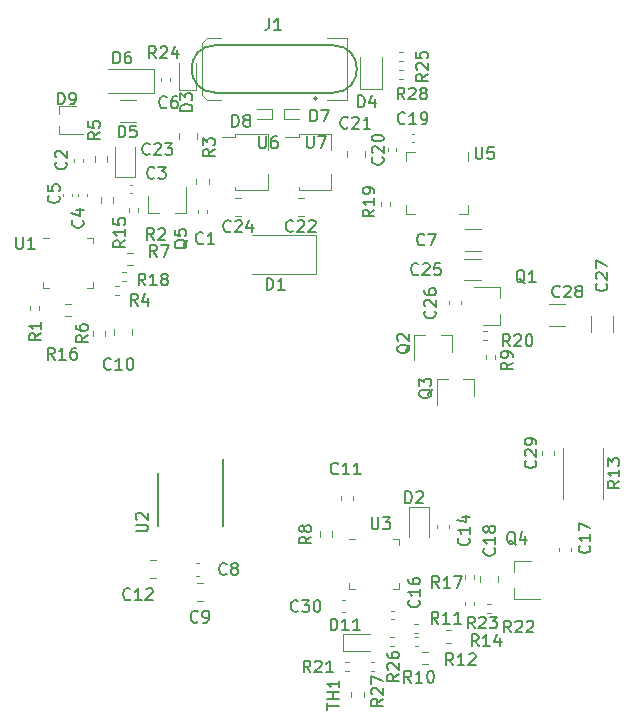
<source format=gbr>
%TF.GenerationSoftware,KiCad,Pcbnew,(5.1.9)-1*%
%TF.CreationDate,2024-04-03T17:37:13+03:00*%
%TF.ProjectId,jantteri_right,6a616e74-7465-4726-995f-72696768742e,rev?*%
%TF.SameCoordinates,Original*%
%TF.FileFunction,Legend,Top*%
%TF.FilePolarity,Positive*%
%FSLAX46Y46*%
G04 Gerber Fmt 4.6, Leading zero omitted, Abs format (unit mm)*
G04 Created by KiCad (PCBNEW (5.1.9)-1) date 2024-04-03 17:37:13*
%MOMM*%
%LPD*%
G01*
G04 APERTURE LIST*
%ADD10C,0.200000*%
%ADD11C,0.120000*%
%ADD12C,0.150000*%
G04 APERTURE END LIST*
D10*
X144103100Y-57255100D02*
X134103101Y-57255100D01*
X134103101Y-61255100D02*
G75*
G02*
X134103101Y-57255100I0J2000000D01*
G01*
X144103100Y-57255100D02*
G75*
G02*
X144103100Y-61255100I0J-2000000D01*
G01*
X134103101Y-61255100D02*
X144103100Y-61255100D01*
D11*
%TO.C,J1*%
X145260720Y-61905660D02*
X145260720Y-56605660D01*
X145260720Y-61905660D02*
X143610720Y-61905660D01*
X145260720Y-56605660D02*
X143610720Y-56605660D01*
X132960720Y-61455660D02*
X132960720Y-57055660D01*
X134610720Y-61905660D02*
X133410720Y-61905660D01*
X134610720Y-56605660D02*
X133410720Y-56605660D01*
X133410720Y-61905660D02*
X132960720Y-61455660D01*
X133410720Y-56605660D02*
X132960720Y-57055660D01*
D12*
X142722523Y-61755660D02*
G75*
G03*
X142722523Y-61755660I-111803J0D01*
G01*
D11*
%TO.C,C9*%
X132545148Y-102790320D02*
X133067652Y-102790320D01*
X132545148Y-104260320D02*
X133067652Y-104260320D01*
D12*
%TO.C,U2*%
X129240700Y-93439420D02*
X129240700Y-97939420D01*
X134790700Y-92314420D02*
X134790700Y-97939420D01*
D11*
%TO.C,C20*%
X149432600Y-66190956D02*
X149432600Y-65975284D01*
X148712600Y-66190956D02*
X148712600Y-65975284D01*
%TO.C,Q2*%
X154122240Y-81739200D02*
X154122240Y-83199200D01*
X150962240Y-81739200D02*
X150962240Y-83899200D01*
X150962240Y-81739200D02*
X151892240Y-81739200D01*
X154122240Y-81739200D02*
X153192240Y-81739200D01*
%TO.C,C1*%
X132659800Y-71451356D02*
X132659800Y-71235684D01*
X133379800Y-71451356D02*
X133379800Y-71235684D01*
%TO.C,C2*%
X122907380Y-67092716D02*
X122907380Y-66877044D01*
X122187380Y-67092716D02*
X122187380Y-66877044D01*
%TO.C,C3*%
X126866764Y-69053120D02*
X127082436Y-69053120D01*
X126866764Y-69773120D02*
X127082436Y-69773120D01*
%TO.C,C4*%
X123250280Y-69836144D02*
X123250280Y-70051816D01*
X122530280Y-69836144D02*
X122530280Y-70051816D01*
%TO.C,C5*%
X121252660Y-69825984D02*
X121252660Y-70041656D01*
X121972660Y-69825984D02*
X121972660Y-70041656D01*
%TO.C,C6*%
X127431852Y-61899120D02*
X126009348Y-61899120D01*
X127431852Y-63719120D02*
X126009348Y-63719120D01*
%TO.C,C7*%
X156643652Y-74641120D02*
X155221148Y-74641120D01*
X156643652Y-72821120D02*
X155221148Y-72821120D01*
%TO.C,C8*%
X132447420Y-101123020D02*
X132728580Y-101123020D01*
X132447420Y-102143020D02*
X132728580Y-102143020D01*
%TO.C,C10*%
X127049200Y-81290488D02*
X127049200Y-81812992D01*
X125579200Y-81290488D02*
X125579200Y-81812992D01*
%TO.C,C11*%
X144752600Y-95447540D02*
X144752600Y-95728700D01*
X145772600Y-95447540D02*
X145772600Y-95728700D01*
%TO.C,C12*%
X128570048Y-102317220D02*
X129092552Y-102317220D01*
X128570048Y-100847220D02*
X129092552Y-100847220D01*
%TO.C,C14*%
X153870120Y-98133780D02*
X153870120Y-97852620D01*
X152850120Y-98133780D02*
X152850120Y-97852620D01*
%TO.C,C16*%
X149015564Y-105841120D02*
X149231236Y-105841120D01*
X149015564Y-105121120D02*
X149231236Y-105121120D01*
%TO.C,C17*%
X163231100Y-100097200D02*
X163231100Y-99816040D01*
X164251100Y-100097200D02*
X164251100Y-99816040D01*
%TO.C,C18*%
X156567200Y-102171868D02*
X156567200Y-102694372D01*
X158037200Y-102171868D02*
X158037200Y-102694372D01*
%TO.C,C19*%
X150958436Y-65455120D02*
X150742764Y-65455120D01*
X150958436Y-64735120D02*
X150742764Y-64735120D01*
%TO.C,C21*%
X146759600Y-66692372D02*
X146759600Y-66169868D01*
X145289600Y-66692372D02*
X145289600Y-66169868D01*
%TO.C,C22*%
X141125348Y-70202120D02*
X141647852Y-70202120D01*
X141125348Y-71672120D02*
X141647852Y-71672120D01*
%TO.C,C23*%
X132535600Y-65168372D02*
X132535600Y-64645868D01*
X131065600Y-65168372D02*
X131065600Y-64645868D01*
%TO.C,C24*%
X136313852Y-71672120D02*
X135791348Y-71672120D01*
X136313852Y-70202120D02*
X135791348Y-70202120D01*
%TO.C,C25*%
X156591052Y-77130320D02*
X155168548Y-77130320D01*
X156591052Y-75310320D02*
X155168548Y-75310320D01*
%TO.C,C26*%
X154916600Y-78911540D02*
X154916600Y-79192700D01*
X153896600Y-78911540D02*
X153896600Y-79192700D01*
%TO.C,C27*%
X165942600Y-80131868D02*
X165942600Y-81554372D01*
X167762600Y-80131868D02*
X167762600Y-81554372D01*
%TO.C,C28*%
X162331348Y-79171120D02*
X163753852Y-79171120D01*
X162331348Y-80991120D02*
X163753852Y-80991120D01*
%TO.C,C29*%
X161770600Y-91905700D02*
X161770600Y-91624540D01*
X162790600Y-91905700D02*
X162790600Y-91624540D01*
%TO.C,C30*%
X144817220Y-105229120D02*
X145098380Y-105229120D01*
X144817220Y-104209120D02*
X145098380Y-104209120D01*
%TO.C,D1*%
X142598600Y-76651120D02*
X137198600Y-76651120D01*
X142598600Y-73351120D02*
X137198600Y-73351120D01*
X142598600Y-76651120D02*
X142598600Y-73351120D01*
%TO.C,D2*%
X152208600Y-96361120D02*
X150508600Y-96361120D01*
X150508600Y-96361120D02*
X150508600Y-98911120D01*
X152208600Y-96361120D02*
X152208600Y-98911120D01*
%TO.C,D3*%
X131004640Y-58732620D02*
X131004640Y-61017620D01*
X131004640Y-61017620D02*
X132474640Y-61017620D01*
X132474640Y-61017620D02*
X132474640Y-58732620D01*
%TO.C,D4*%
X146334600Y-58253120D02*
X146334600Y-60938120D01*
X146334600Y-60938120D02*
X148254600Y-60938120D01*
X148254600Y-60938120D02*
X148254600Y-58253120D01*
%TO.C,D5*%
X125616600Y-68373120D02*
X125616600Y-65823120D01*
X127316600Y-68373120D02*
X127316600Y-65823120D01*
X125616600Y-68373120D02*
X127316600Y-68373120D01*
%TO.C,D7*%
X139890600Y-62663120D02*
X139890600Y-63463120D01*
X141190600Y-62663120D02*
X139890600Y-62663120D01*
X141190600Y-63463120D02*
X139890600Y-63463120D01*
%TO.C,D8*%
X137650600Y-62663120D02*
X138950600Y-62663120D01*
X137650600Y-63463120D02*
X138950600Y-63463120D01*
X138950600Y-63463120D02*
X138950600Y-62663120D01*
%TO.C,D9*%
X120910600Y-63071120D02*
X120910600Y-62411120D01*
X120910600Y-64731120D02*
X120910600Y-64071120D01*
X120910600Y-64731120D02*
X122940600Y-64731120D01*
X122320600Y-62411120D02*
X120910600Y-62411120D01*
%TO.C,D11*%
X144946000Y-108552920D02*
X147231000Y-108552920D01*
X144946000Y-107082920D02*
X144946000Y-108552920D01*
X147231000Y-107082920D02*
X144946000Y-107082920D01*
%TO.C,Q1*%
X158214600Y-80899120D02*
X158214600Y-79969120D01*
X158214600Y-77739120D02*
X158214600Y-78669120D01*
X158214600Y-77739120D02*
X156054600Y-77739120D01*
X158214600Y-80899120D02*
X156754600Y-80899120D01*
%TO.C,Q3*%
X156019620Y-85512880D02*
X155089620Y-85512880D01*
X152859620Y-85512880D02*
X153789620Y-85512880D01*
X152859620Y-85512880D02*
X152859620Y-87672880D01*
X156019620Y-85512880D02*
X156019620Y-86972880D01*
%TO.C,Q4*%
X159421800Y-100954720D02*
X159421800Y-101884720D01*
X159421800Y-104114720D02*
X159421800Y-103184720D01*
X159421800Y-104114720D02*
X161581800Y-104114720D01*
X159421800Y-100954720D02*
X160881800Y-100954720D01*
%TO.C,Q5*%
X128442600Y-71443120D02*
X128442600Y-69983120D01*
X131602600Y-71443120D02*
X131602600Y-69283120D01*
X131602600Y-71443120D02*
X130672600Y-71443120D01*
X128442600Y-71443120D02*
X129372600Y-71443120D01*
%TO.C,R1*%
X119191040Y-79320419D02*
X119191040Y-79627701D01*
X118431040Y-79320419D02*
X118431040Y-79627701D01*
%TO.C,R2*%
X126848600Y-71344761D02*
X126848600Y-71037479D01*
X127608600Y-71344761D02*
X127608600Y-71037479D01*
%TO.C,R3*%
X133542300Y-69028578D02*
X133542300Y-68554062D01*
X132497300Y-69028578D02*
X132497300Y-68554062D01*
%TO.C,R4*%
X125655639Y-78385940D02*
X125962921Y-78385940D01*
X125655639Y-77625940D02*
X125962921Y-77625940D01*
%TO.C,R5*%
X124957100Y-67110378D02*
X124957100Y-66635862D01*
X123912100Y-67110378D02*
X123912100Y-66635862D01*
%TO.C,R6*%
X123757160Y-81875398D02*
X123757160Y-81400882D01*
X124802160Y-81875398D02*
X124802160Y-81400882D01*
%TO.C,R7*%
X126656562Y-74816440D02*
X127131078Y-74816440D01*
X126656562Y-75861440D02*
X127131078Y-75861440D01*
%TO.C,R8*%
X144007100Y-98860378D02*
X144007100Y-98385862D01*
X142962100Y-98860378D02*
X142962100Y-98385862D01*
%TO.C,R9*%
X157834600Y-83790761D02*
X157834600Y-83483479D01*
X157074600Y-83790761D02*
X157074600Y-83483479D01*
%TO.C,R10*%
X151003759Y-108096320D02*
X151311041Y-108096320D01*
X151003759Y-107336320D02*
X151311041Y-107336320D01*
%TO.C,R11*%
X151258241Y-106218720D02*
X150950959Y-106218720D01*
X151258241Y-106978720D02*
X150950959Y-106978720D01*
%TO.C,R12*%
X151617142Y-109661220D02*
X152091658Y-109661220D01*
X151617142Y-108616220D02*
X152091658Y-108616220D01*
%TO.C,R13*%
X166962400Y-91311856D02*
X166962400Y-95665984D01*
X163542400Y-91311856D02*
X163542400Y-95665984D01*
%TO.C,R14*%
X153622742Y-106787420D02*
X154097258Y-106787420D01*
X153622742Y-107832420D02*
X154097258Y-107832420D01*
%TO.C,R15*%
X124402320Y-70610498D02*
X124402320Y-70135982D01*
X125447320Y-70610498D02*
X125447320Y-70135982D01*
%TO.C,R16*%
X121408922Y-80207380D02*
X121883438Y-80207380D01*
X121408922Y-79162380D02*
X121883438Y-79162380D01*
%TO.C,R17*%
X156056600Y-102436361D02*
X156056600Y-102129079D01*
X155296600Y-102436361D02*
X155296600Y-102129079D01*
%TO.C,R18*%
X126234759Y-77207380D02*
X126542041Y-77207380D01*
X126234759Y-76447380D02*
X126542041Y-76447380D01*
%TO.C,R19*%
X148184600Y-70838761D02*
X148184600Y-70531479D01*
X148944600Y-70838761D02*
X148944600Y-70531479D01*
%TO.C,R20*%
X157100241Y-82239120D02*
X156792959Y-82239120D01*
X157100241Y-81479120D02*
X156792959Y-81479120D01*
%TO.C,R21*%
X145439641Y-110217220D02*
X145132359Y-110217220D01*
X145439641Y-109457220D02*
X145132359Y-109457220D01*
%TO.C,R22*%
X157455841Y-105302320D02*
X157148559Y-105302320D01*
X157455841Y-104542320D02*
X157148559Y-104542320D01*
%TO.C,R23*%
X155296600Y-104671561D02*
X155296600Y-104364279D01*
X156056600Y-104671561D02*
X156056600Y-104364279D01*
%TO.C,R24*%
X130295920Y-60303921D02*
X130295920Y-59996639D01*
X129535920Y-60303921D02*
X129535920Y-59996639D01*
%TO.C,R25*%
X149680959Y-57857120D02*
X149988241Y-57857120D01*
X149680959Y-58617120D02*
X149988241Y-58617120D01*
%TO.C,R26*%
X148918959Y-108147120D02*
X149226241Y-108147120D01*
X148918959Y-107387120D02*
X149226241Y-107387120D01*
%TO.C,R27*%
X147280659Y-109469920D02*
X147587941Y-109469920D01*
X147280659Y-110229920D02*
X147587941Y-110229920D01*
%TO.C,R28*%
X149680959Y-60141120D02*
X149988241Y-60141120D01*
X149680959Y-59381120D02*
X149988241Y-59381120D01*
%TO.C,TH1*%
X146686800Y-111987562D02*
X146686800Y-112462078D01*
X145641800Y-111987562D02*
X145641800Y-112462078D01*
%TO.C,U1*%
X123270520Y-73541360D02*
X123745520Y-73541360D01*
X123745520Y-73541360D02*
X123745520Y-74016360D01*
X120000520Y-77761360D02*
X119525520Y-77761360D01*
X119525520Y-77761360D02*
X119525520Y-77286360D01*
X123270520Y-77761360D02*
X123745520Y-77761360D01*
X123745520Y-77761360D02*
X123745520Y-77286360D01*
X120000520Y-73541360D02*
X119525520Y-73541360D01*
%TO.C,U3*%
X149183600Y-99053120D02*
X149658600Y-99053120D01*
X149658600Y-99053120D02*
X149658600Y-99528120D01*
X145913600Y-103273120D02*
X145438600Y-103273120D01*
X145438600Y-103273120D02*
X145438600Y-102798120D01*
X149183600Y-103273120D02*
X149658600Y-103273120D01*
X149658600Y-103273120D02*
X149658600Y-102798120D01*
X145913600Y-99053120D02*
X145438600Y-99053120D01*
%TO.C,U5*%
X155492600Y-70790120D02*
X155492600Y-71515120D01*
X155492600Y-71515120D02*
X154767600Y-71515120D01*
X150272600Y-67020120D02*
X150272600Y-66295120D01*
X150272600Y-66295120D02*
X150997600Y-66295120D01*
X150272600Y-70790120D02*
X150272600Y-71515120D01*
X150272600Y-71515120D02*
X150997600Y-71515120D01*
X155492600Y-67020120D02*
X155492600Y-66295120D01*
%TO.C,U6*%
X135820600Y-69487120D02*
X135820600Y-69257120D01*
X135820600Y-64767120D02*
X135820600Y-64997120D01*
X135820600Y-64767120D02*
X138540600Y-64767120D01*
X138540600Y-64767120D02*
X138540600Y-66077120D01*
X134680600Y-64997120D02*
X135820600Y-64997120D01*
X138540600Y-69487120D02*
X135820600Y-69487120D01*
X138540600Y-68177120D02*
X138540600Y-69487120D01*
%TO.C,U7*%
X143913100Y-68177120D02*
X143913100Y-69487120D01*
X143913100Y-69487120D02*
X141193100Y-69487120D01*
X140053100Y-64997120D02*
X141193100Y-64997120D01*
X143913100Y-64767120D02*
X143913100Y-66077120D01*
X141193100Y-64767120D02*
X143913100Y-64767120D01*
X141193100Y-64767120D02*
X141193100Y-64997120D01*
X141193100Y-69487120D02*
X141193100Y-69257120D01*
%TO.C,D6*%
X128920600Y-61269120D02*
X128920600Y-59269120D01*
X128920600Y-59269120D02*
X125070600Y-59269120D01*
X128920600Y-61269120D02*
X125070600Y-61269120D01*
%TO.C,J1*%
D12*
X138675786Y-54961540D02*
X138675786Y-55675826D01*
X138628167Y-55818683D01*
X138532929Y-55913921D01*
X138390072Y-55961540D01*
X138294834Y-55961540D01*
X139675786Y-55961540D02*
X139104358Y-55961540D01*
X139390072Y-55961540D02*
X139390072Y-54961540D01*
X139294834Y-55104398D01*
X139199596Y-55199636D01*
X139104358Y-55247255D01*
%TO.C,C9*%
X132637233Y-106028762D02*
X132589614Y-106076381D01*
X132446757Y-106124000D01*
X132351519Y-106124000D01*
X132208661Y-106076381D01*
X132113423Y-105981143D01*
X132065804Y-105885905D01*
X132018185Y-105695429D01*
X132018185Y-105552572D01*
X132065804Y-105362096D01*
X132113423Y-105266858D01*
X132208661Y-105171620D01*
X132351519Y-105124000D01*
X132446757Y-105124000D01*
X132589614Y-105171620D01*
X132637233Y-105219239D01*
X133113423Y-106124000D02*
X133303900Y-106124000D01*
X133399138Y-106076381D01*
X133446757Y-106028762D01*
X133541995Y-105885905D01*
X133589614Y-105695429D01*
X133589614Y-105314477D01*
X133541995Y-105219239D01*
X133494376Y-105171620D01*
X133399138Y-105124000D01*
X133208661Y-105124000D01*
X133113423Y-105171620D01*
X133065804Y-105219239D01*
X133018185Y-105314477D01*
X133018185Y-105552572D01*
X133065804Y-105647810D01*
X133113423Y-105695429D01*
X133208661Y-105743048D01*
X133399138Y-105743048D01*
X133494376Y-105695429D01*
X133541995Y-105647810D01*
X133589614Y-105552572D01*
%TO.C,U2*%
X127392180Y-98407124D02*
X128201704Y-98407124D01*
X128296942Y-98359505D01*
X128344561Y-98311886D01*
X128392180Y-98216648D01*
X128392180Y-98026172D01*
X128344561Y-97930934D01*
X128296942Y-97883315D01*
X128201704Y-97835696D01*
X127392180Y-97835696D01*
X127487419Y-97407124D02*
X127439800Y-97359505D01*
X127392180Y-97264267D01*
X127392180Y-97026172D01*
X127439800Y-96930934D01*
X127487419Y-96883315D01*
X127582657Y-96835696D01*
X127677895Y-96835696D01*
X127820752Y-96883315D01*
X128392180Y-97454743D01*
X128392180Y-96835696D01*
%TO.C,C20*%
X148269742Y-66725977D02*
X148317361Y-66773596D01*
X148364980Y-66916453D01*
X148364980Y-67011691D01*
X148317361Y-67154548D01*
X148222123Y-67249786D01*
X148126885Y-67297405D01*
X147936409Y-67345024D01*
X147793552Y-67345024D01*
X147603076Y-67297405D01*
X147507838Y-67249786D01*
X147412600Y-67154548D01*
X147364980Y-67011691D01*
X147364980Y-66916453D01*
X147412600Y-66773596D01*
X147460219Y-66725977D01*
X147460219Y-66345024D02*
X147412600Y-66297405D01*
X147364980Y-66202167D01*
X147364980Y-65964072D01*
X147412600Y-65868834D01*
X147460219Y-65821215D01*
X147555457Y-65773596D01*
X147650695Y-65773596D01*
X147793552Y-65821215D01*
X148364980Y-66392643D01*
X148364980Y-65773596D01*
X147364980Y-65154548D02*
X147364980Y-65059310D01*
X147412600Y-64964072D01*
X147460219Y-64916453D01*
X147555457Y-64868834D01*
X147745933Y-64821215D01*
X147984028Y-64821215D01*
X148174504Y-64868834D01*
X148269742Y-64916453D01*
X148317361Y-64964072D01*
X148364980Y-65059310D01*
X148364980Y-65154548D01*
X148317361Y-65249786D01*
X148269742Y-65297405D01*
X148174504Y-65345024D01*
X147984028Y-65392643D01*
X147745933Y-65392643D01*
X147555457Y-65345024D01*
X147460219Y-65297405D01*
X147412600Y-65249786D01*
X147364980Y-65154548D01*
%TO.C,Q2*%
X150589859Y-82594438D02*
X150542240Y-82689676D01*
X150447001Y-82784914D01*
X150304144Y-82927771D01*
X150256525Y-83023009D01*
X150256525Y-83118247D01*
X150494620Y-83070628D02*
X150447001Y-83165866D01*
X150351763Y-83261104D01*
X150161287Y-83308723D01*
X149827954Y-83308723D01*
X149637478Y-83261104D01*
X149542240Y-83165866D01*
X149494620Y-83070628D01*
X149494620Y-82880152D01*
X149542240Y-82784914D01*
X149637478Y-82689676D01*
X149827954Y-82642057D01*
X150161287Y-82642057D01*
X150351763Y-82689676D01*
X150447001Y-82784914D01*
X150494620Y-82880152D01*
X150494620Y-83070628D01*
X149589859Y-82261104D02*
X149542240Y-82213485D01*
X149494620Y-82118247D01*
X149494620Y-81880152D01*
X149542240Y-81784914D01*
X149589859Y-81737295D01*
X149685097Y-81689676D01*
X149780335Y-81689676D01*
X149923192Y-81737295D01*
X150494620Y-82308723D01*
X150494620Y-81689676D01*
%TO.C,C1*%
X133081733Y-73986662D02*
X133034114Y-74034281D01*
X132891257Y-74081900D01*
X132796019Y-74081900D01*
X132653161Y-74034281D01*
X132557923Y-73939043D01*
X132510304Y-73843805D01*
X132462685Y-73653329D01*
X132462685Y-73510472D01*
X132510304Y-73319996D01*
X132557923Y-73224758D01*
X132653161Y-73129520D01*
X132796019Y-73081900D01*
X132891257Y-73081900D01*
X133034114Y-73129520D01*
X133081733Y-73177139D01*
X134034114Y-74081900D02*
X133462685Y-74081900D01*
X133748400Y-74081900D02*
X133748400Y-73081900D01*
X133653161Y-73224758D01*
X133557923Y-73319996D01*
X133462685Y-73367615D01*
%TO.C,C2*%
X121446562Y-67128686D02*
X121494181Y-67176305D01*
X121541800Y-67319162D01*
X121541800Y-67414400D01*
X121494181Y-67557258D01*
X121398943Y-67652496D01*
X121303705Y-67700115D01*
X121113229Y-67747734D01*
X120970372Y-67747734D01*
X120779896Y-67700115D01*
X120684658Y-67652496D01*
X120589420Y-67557258D01*
X120541800Y-67414400D01*
X120541800Y-67319162D01*
X120589420Y-67176305D01*
X120637039Y-67128686D01*
X120637039Y-66747734D02*
X120589420Y-66700115D01*
X120541800Y-66604877D01*
X120541800Y-66366781D01*
X120589420Y-66271543D01*
X120637039Y-66223924D01*
X120732277Y-66176305D01*
X120827515Y-66176305D01*
X120970372Y-66223924D01*
X121541800Y-66795353D01*
X121541800Y-66176305D01*
%TO.C,C3*%
X128954233Y-68449462D02*
X128906614Y-68497081D01*
X128763757Y-68544700D01*
X128668519Y-68544700D01*
X128525661Y-68497081D01*
X128430423Y-68401843D01*
X128382804Y-68306605D01*
X128335185Y-68116129D01*
X128335185Y-67973272D01*
X128382804Y-67782796D01*
X128430423Y-67687558D01*
X128525661Y-67592320D01*
X128668519Y-67544700D01*
X128763757Y-67544700D01*
X128906614Y-67592320D01*
X128954233Y-67639939D01*
X129287566Y-67544700D02*
X129906614Y-67544700D01*
X129573280Y-67925653D01*
X129716138Y-67925653D01*
X129811376Y-67973272D01*
X129858995Y-68020891D01*
X129906614Y-68116129D01*
X129906614Y-68354224D01*
X129858995Y-68449462D01*
X129811376Y-68497081D01*
X129716138Y-68544700D01*
X129430423Y-68544700D01*
X129335185Y-68497081D01*
X129287566Y-68449462D01*
%TO.C,C4*%
X122879122Y-72066446D02*
X122926741Y-72114065D01*
X122974360Y-72256922D01*
X122974360Y-72352160D01*
X122926741Y-72495018D01*
X122831503Y-72590256D01*
X122736265Y-72637875D01*
X122545789Y-72685494D01*
X122402932Y-72685494D01*
X122212456Y-72637875D01*
X122117218Y-72590256D01*
X122021980Y-72495018D01*
X121974360Y-72352160D01*
X121974360Y-72256922D01*
X122021980Y-72114065D01*
X122069599Y-72066446D01*
X122307694Y-71209303D02*
X122974360Y-71209303D01*
X121926741Y-71447399D02*
X122641027Y-71685494D01*
X122641027Y-71066446D01*
%TO.C,C5*%
X120839502Y-69986186D02*
X120887121Y-70033805D01*
X120934740Y-70176662D01*
X120934740Y-70271900D01*
X120887121Y-70414758D01*
X120791883Y-70509996D01*
X120696645Y-70557615D01*
X120506169Y-70605234D01*
X120363312Y-70605234D01*
X120172836Y-70557615D01*
X120077598Y-70509996D01*
X119982360Y-70414758D01*
X119934740Y-70271900D01*
X119934740Y-70176662D01*
X119982360Y-70033805D01*
X120029979Y-69986186D01*
X119934740Y-69081424D02*
X119934740Y-69557615D01*
X120410931Y-69605234D01*
X120363312Y-69557615D01*
X120315693Y-69462377D01*
X120315693Y-69224281D01*
X120363312Y-69129043D01*
X120410931Y-69081424D01*
X120506169Y-69033805D01*
X120744264Y-69033805D01*
X120839502Y-69081424D01*
X120887121Y-69129043D01*
X120934740Y-69224281D01*
X120934740Y-69462377D01*
X120887121Y-69557615D01*
X120839502Y-69605234D01*
%TO.C,C6*%
X129982933Y-62480462D02*
X129935314Y-62528081D01*
X129792457Y-62575700D01*
X129697219Y-62575700D01*
X129554361Y-62528081D01*
X129459123Y-62432843D01*
X129411504Y-62337605D01*
X129363885Y-62147129D01*
X129363885Y-62004272D01*
X129411504Y-61813796D01*
X129459123Y-61718558D01*
X129554361Y-61623320D01*
X129697219Y-61575700D01*
X129792457Y-61575700D01*
X129935314Y-61623320D01*
X129982933Y-61670939D01*
X130840076Y-61575700D02*
X130649600Y-61575700D01*
X130554361Y-61623320D01*
X130506742Y-61670939D01*
X130411504Y-61813796D01*
X130363885Y-62004272D01*
X130363885Y-62385224D01*
X130411504Y-62480462D01*
X130459123Y-62528081D01*
X130554361Y-62575700D01*
X130744838Y-62575700D01*
X130840076Y-62528081D01*
X130887695Y-62480462D01*
X130935314Y-62385224D01*
X130935314Y-62147129D01*
X130887695Y-62051891D01*
X130840076Y-62004272D01*
X130744838Y-61956653D01*
X130554361Y-61956653D01*
X130459123Y-62004272D01*
X130411504Y-62051891D01*
X130363885Y-62147129D01*
%TO.C,C7*%
X151814233Y-74100962D02*
X151766614Y-74148581D01*
X151623757Y-74196200D01*
X151528519Y-74196200D01*
X151385661Y-74148581D01*
X151290423Y-74053343D01*
X151242804Y-73958105D01*
X151195185Y-73767629D01*
X151195185Y-73624772D01*
X151242804Y-73434296D01*
X151290423Y-73339058D01*
X151385661Y-73243820D01*
X151528519Y-73196200D01*
X151623757Y-73196200D01*
X151766614Y-73243820D01*
X151814233Y-73291439D01*
X152147566Y-73196200D02*
X152814233Y-73196200D01*
X152385661Y-74196200D01*
%TO.C,C8*%
X135062933Y-102002862D02*
X135015314Y-102050481D01*
X134872457Y-102098100D01*
X134777219Y-102098100D01*
X134634361Y-102050481D01*
X134539123Y-101955243D01*
X134491504Y-101860005D01*
X134443885Y-101669529D01*
X134443885Y-101526672D01*
X134491504Y-101336196D01*
X134539123Y-101240958D01*
X134634361Y-101145720D01*
X134777219Y-101098100D01*
X134872457Y-101098100D01*
X135015314Y-101145720D01*
X135062933Y-101193339D01*
X135634361Y-101526672D02*
X135539123Y-101479053D01*
X135491504Y-101431434D01*
X135443885Y-101336196D01*
X135443885Y-101288577D01*
X135491504Y-101193339D01*
X135539123Y-101145720D01*
X135634361Y-101098100D01*
X135824838Y-101098100D01*
X135920076Y-101145720D01*
X135967695Y-101193339D01*
X136015314Y-101288577D01*
X136015314Y-101336196D01*
X135967695Y-101431434D01*
X135920076Y-101479053D01*
X135824838Y-101526672D01*
X135634361Y-101526672D01*
X135539123Y-101574291D01*
X135491504Y-101621910D01*
X135443885Y-101717148D01*
X135443885Y-101907624D01*
X135491504Y-102002862D01*
X135539123Y-102050481D01*
X135634361Y-102098100D01*
X135824838Y-102098100D01*
X135920076Y-102050481D01*
X135967695Y-102002862D01*
X136015314Y-101907624D01*
X136015314Y-101717148D01*
X135967695Y-101621910D01*
X135920076Y-101574291D01*
X135824838Y-101526672D01*
%TO.C,C10*%
X125267482Y-84639422D02*
X125219863Y-84687041D01*
X125077006Y-84734660D01*
X124981768Y-84734660D01*
X124838911Y-84687041D01*
X124743673Y-84591803D01*
X124696054Y-84496565D01*
X124648435Y-84306089D01*
X124648435Y-84163232D01*
X124696054Y-83972756D01*
X124743673Y-83877518D01*
X124838911Y-83782280D01*
X124981768Y-83734660D01*
X125077006Y-83734660D01*
X125219863Y-83782280D01*
X125267482Y-83829899D01*
X126219863Y-84734660D02*
X125648435Y-84734660D01*
X125934149Y-84734660D02*
X125934149Y-83734660D01*
X125838911Y-83877518D01*
X125743673Y-83972756D01*
X125648435Y-84020375D01*
X126838911Y-83734660D02*
X126934149Y-83734660D01*
X127029387Y-83782280D01*
X127077006Y-83829899D01*
X127124625Y-83925137D01*
X127172244Y-84115613D01*
X127172244Y-84353708D01*
X127124625Y-84544184D01*
X127077006Y-84639422D01*
X127029387Y-84687041D01*
X126934149Y-84734660D01*
X126838911Y-84734660D01*
X126743673Y-84687041D01*
X126696054Y-84639422D01*
X126648435Y-84544184D01*
X126600816Y-84353708D01*
X126600816Y-84115613D01*
X126648435Y-83925137D01*
X126696054Y-83829899D01*
X126743673Y-83782280D01*
X126838911Y-83734660D01*
%TO.C,C11*%
X144518142Y-93493862D02*
X144470523Y-93541481D01*
X144327666Y-93589100D01*
X144232428Y-93589100D01*
X144089571Y-93541481D01*
X143994333Y-93446243D01*
X143946714Y-93351005D01*
X143899095Y-93160529D01*
X143899095Y-93017672D01*
X143946714Y-92827196D01*
X143994333Y-92731958D01*
X144089571Y-92636720D01*
X144232428Y-92589100D01*
X144327666Y-92589100D01*
X144470523Y-92636720D01*
X144518142Y-92684339D01*
X145470523Y-93589100D02*
X144899095Y-93589100D01*
X145184809Y-93589100D02*
X145184809Y-92589100D01*
X145089571Y-92731958D01*
X144994333Y-92827196D01*
X144899095Y-92874815D01*
X146422904Y-93589100D02*
X145851476Y-93589100D01*
X146137190Y-93589100D02*
X146137190Y-92589100D01*
X146041952Y-92731958D01*
X145946714Y-92827196D01*
X145851476Y-92874815D01*
%TO.C,C12*%
X126915942Y-104136462D02*
X126868323Y-104184081D01*
X126725466Y-104231700D01*
X126630228Y-104231700D01*
X126487371Y-104184081D01*
X126392133Y-104088843D01*
X126344514Y-103993605D01*
X126296895Y-103803129D01*
X126296895Y-103660272D01*
X126344514Y-103469796D01*
X126392133Y-103374558D01*
X126487371Y-103279320D01*
X126630228Y-103231700D01*
X126725466Y-103231700D01*
X126868323Y-103279320D01*
X126915942Y-103326939D01*
X127868323Y-104231700D02*
X127296895Y-104231700D01*
X127582609Y-104231700D02*
X127582609Y-103231700D01*
X127487371Y-103374558D01*
X127392133Y-103469796D01*
X127296895Y-103517415D01*
X128249276Y-103326939D02*
X128296895Y-103279320D01*
X128392133Y-103231700D01*
X128630228Y-103231700D01*
X128725466Y-103279320D01*
X128773085Y-103326939D01*
X128820704Y-103422177D01*
X128820704Y-103517415D01*
X128773085Y-103660272D01*
X128201657Y-104231700D01*
X128820704Y-104231700D01*
%TO.C,C14*%
X155558762Y-98978957D02*
X155606381Y-99026576D01*
X155654000Y-99169433D01*
X155654000Y-99264671D01*
X155606381Y-99407528D01*
X155511143Y-99502766D01*
X155415905Y-99550385D01*
X155225429Y-99598004D01*
X155082572Y-99598004D01*
X154892096Y-99550385D01*
X154796858Y-99502766D01*
X154701620Y-99407528D01*
X154654000Y-99264671D01*
X154654000Y-99169433D01*
X154701620Y-99026576D01*
X154749239Y-98978957D01*
X155654000Y-98026576D02*
X155654000Y-98598004D01*
X155654000Y-98312290D02*
X154654000Y-98312290D01*
X154796858Y-98407528D01*
X154892096Y-98502766D01*
X154939715Y-98598004D01*
X154987334Y-97169433D02*
X155654000Y-97169433D01*
X154606381Y-97407528D02*
X155320667Y-97645623D01*
X155320667Y-97026576D01*
%TO.C,C16*%
X151347442Y-104231677D02*
X151395061Y-104279296D01*
X151442680Y-104422153D01*
X151442680Y-104517391D01*
X151395061Y-104660248D01*
X151299823Y-104755486D01*
X151204585Y-104803105D01*
X151014109Y-104850724D01*
X150871252Y-104850724D01*
X150680776Y-104803105D01*
X150585538Y-104755486D01*
X150490300Y-104660248D01*
X150442680Y-104517391D01*
X150442680Y-104422153D01*
X150490300Y-104279296D01*
X150537919Y-104231677D01*
X151442680Y-103279296D02*
X151442680Y-103850724D01*
X151442680Y-103565010D02*
X150442680Y-103565010D01*
X150585538Y-103660248D01*
X150680776Y-103755486D01*
X150728395Y-103850724D01*
X150442680Y-102422153D02*
X150442680Y-102612629D01*
X150490300Y-102707867D01*
X150537919Y-102755486D01*
X150680776Y-102850724D01*
X150871252Y-102898343D01*
X151252204Y-102898343D01*
X151347442Y-102850724D01*
X151395061Y-102803105D01*
X151442680Y-102707867D01*
X151442680Y-102517391D01*
X151395061Y-102422153D01*
X151347442Y-102374534D01*
X151252204Y-102326915D01*
X151014109Y-102326915D01*
X150918871Y-102374534D01*
X150871252Y-102422153D01*
X150823633Y-102517391D01*
X150823633Y-102707867D01*
X150871252Y-102803105D01*
X150918871Y-102850724D01*
X151014109Y-102898343D01*
%TO.C,C17*%
X165774642Y-99608877D02*
X165822261Y-99656496D01*
X165869880Y-99799353D01*
X165869880Y-99894591D01*
X165822261Y-100037448D01*
X165727023Y-100132686D01*
X165631785Y-100180305D01*
X165441309Y-100227924D01*
X165298452Y-100227924D01*
X165107976Y-100180305D01*
X165012738Y-100132686D01*
X164917500Y-100037448D01*
X164869880Y-99894591D01*
X164869880Y-99799353D01*
X164917500Y-99656496D01*
X164965119Y-99608877D01*
X165869880Y-98656496D02*
X165869880Y-99227924D01*
X165869880Y-98942210D02*
X164869880Y-98942210D01*
X165012738Y-99037448D01*
X165107976Y-99132686D01*
X165155595Y-99227924D01*
X164869880Y-98323162D02*
X164869880Y-97656496D01*
X165869880Y-98085067D01*
%TO.C,C18*%
X157722842Y-99837477D02*
X157770461Y-99885096D01*
X157818080Y-100027953D01*
X157818080Y-100123191D01*
X157770461Y-100266048D01*
X157675223Y-100361286D01*
X157579985Y-100408905D01*
X157389509Y-100456524D01*
X157246652Y-100456524D01*
X157056176Y-100408905D01*
X156960938Y-100361286D01*
X156865700Y-100266048D01*
X156818080Y-100123191D01*
X156818080Y-100027953D01*
X156865700Y-99885096D01*
X156913319Y-99837477D01*
X157818080Y-98885096D02*
X157818080Y-99456524D01*
X157818080Y-99170810D02*
X156818080Y-99170810D01*
X156960938Y-99266048D01*
X157056176Y-99361286D01*
X157103795Y-99456524D01*
X157246652Y-98313667D02*
X157199033Y-98408905D01*
X157151414Y-98456524D01*
X157056176Y-98504143D01*
X157008557Y-98504143D01*
X156913319Y-98456524D01*
X156865700Y-98408905D01*
X156818080Y-98313667D01*
X156818080Y-98123191D01*
X156865700Y-98027953D01*
X156913319Y-97980334D01*
X157008557Y-97932715D01*
X157056176Y-97932715D01*
X157151414Y-97980334D01*
X157199033Y-98027953D01*
X157246652Y-98123191D01*
X157246652Y-98313667D01*
X157294271Y-98408905D01*
X157341890Y-98456524D01*
X157437128Y-98504143D01*
X157627604Y-98504143D01*
X157722842Y-98456524D01*
X157770461Y-98408905D01*
X157818080Y-98313667D01*
X157818080Y-98123191D01*
X157770461Y-98027953D01*
X157722842Y-97980334D01*
X157627604Y-97932715D01*
X157437128Y-97932715D01*
X157341890Y-97980334D01*
X157294271Y-98027953D01*
X157246652Y-98123191D01*
%TO.C,C19*%
X150169642Y-63826662D02*
X150122023Y-63874281D01*
X149979166Y-63921900D01*
X149883928Y-63921900D01*
X149741071Y-63874281D01*
X149645833Y-63779043D01*
X149598214Y-63683805D01*
X149550595Y-63493329D01*
X149550595Y-63350472D01*
X149598214Y-63159996D01*
X149645833Y-63064758D01*
X149741071Y-62969520D01*
X149883928Y-62921900D01*
X149979166Y-62921900D01*
X150122023Y-62969520D01*
X150169642Y-63017139D01*
X151122023Y-63921900D02*
X150550595Y-63921900D01*
X150836309Y-63921900D02*
X150836309Y-62921900D01*
X150741071Y-63064758D01*
X150645833Y-63159996D01*
X150550595Y-63207615D01*
X151598214Y-63921900D02*
X151788690Y-63921900D01*
X151883928Y-63874281D01*
X151931547Y-63826662D01*
X152026785Y-63683805D01*
X152074404Y-63493329D01*
X152074404Y-63112377D01*
X152026785Y-63017139D01*
X151979166Y-62969520D01*
X151883928Y-62921900D01*
X151693452Y-62921900D01*
X151598214Y-62969520D01*
X151550595Y-63017139D01*
X151502976Y-63112377D01*
X151502976Y-63350472D01*
X151550595Y-63445710D01*
X151598214Y-63493329D01*
X151693452Y-63540948D01*
X151883928Y-63540948D01*
X151979166Y-63493329D01*
X152026785Y-63445710D01*
X152074404Y-63350472D01*
%TO.C,C21*%
X145330942Y-64207662D02*
X145283323Y-64255281D01*
X145140466Y-64302900D01*
X145045228Y-64302900D01*
X144902371Y-64255281D01*
X144807133Y-64160043D01*
X144759514Y-64064805D01*
X144711895Y-63874329D01*
X144711895Y-63731472D01*
X144759514Y-63540996D01*
X144807133Y-63445758D01*
X144902371Y-63350520D01*
X145045228Y-63302900D01*
X145140466Y-63302900D01*
X145283323Y-63350520D01*
X145330942Y-63398139D01*
X145711895Y-63398139D02*
X145759514Y-63350520D01*
X145854752Y-63302900D01*
X146092847Y-63302900D01*
X146188085Y-63350520D01*
X146235704Y-63398139D01*
X146283323Y-63493377D01*
X146283323Y-63588615D01*
X146235704Y-63731472D01*
X145664276Y-64302900D01*
X146283323Y-64302900D01*
X147235704Y-64302900D02*
X146664276Y-64302900D01*
X146949990Y-64302900D02*
X146949990Y-63302900D01*
X146854752Y-63445758D01*
X146759514Y-63540996D01*
X146664276Y-63588615D01*
%TO.C,C22*%
X140695442Y-72945262D02*
X140647823Y-72992881D01*
X140504966Y-73040500D01*
X140409728Y-73040500D01*
X140266871Y-72992881D01*
X140171633Y-72897643D01*
X140124014Y-72802405D01*
X140076395Y-72611929D01*
X140076395Y-72469072D01*
X140124014Y-72278596D01*
X140171633Y-72183358D01*
X140266871Y-72088120D01*
X140409728Y-72040500D01*
X140504966Y-72040500D01*
X140647823Y-72088120D01*
X140695442Y-72135739D01*
X141076395Y-72135739D02*
X141124014Y-72088120D01*
X141219252Y-72040500D01*
X141457347Y-72040500D01*
X141552585Y-72088120D01*
X141600204Y-72135739D01*
X141647823Y-72230977D01*
X141647823Y-72326215D01*
X141600204Y-72469072D01*
X141028776Y-73040500D01*
X141647823Y-73040500D01*
X142028776Y-72135739D02*
X142076395Y-72088120D01*
X142171633Y-72040500D01*
X142409728Y-72040500D01*
X142504966Y-72088120D01*
X142552585Y-72135739D01*
X142600204Y-72230977D01*
X142600204Y-72326215D01*
X142552585Y-72469072D01*
X141981157Y-73040500D01*
X142600204Y-73040500D01*
%TO.C,C23*%
X128554242Y-66442862D02*
X128506623Y-66490481D01*
X128363766Y-66538100D01*
X128268528Y-66538100D01*
X128125671Y-66490481D01*
X128030433Y-66395243D01*
X127982814Y-66300005D01*
X127935195Y-66109529D01*
X127935195Y-65966672D01*
X127982814Y-65776196D01*
X128030433Y-65680958D01*
X128125671Y-65585720D01*
X128268528Y-65538100D01*
X128363766Y-65538100D01*
X128506623Y-65585720D01*
X128554242Y-65633339D01*
X128935195Y-65633339D02*
X128982814Y-65585720D01*
X129078052Y-65538100D01*
X129316147Y-65538100D01*
X129411385Y-65585720D01*
X129459004Y-65633339D01*
X129506623Y-65728577D01*
X129506623Y-65823815D01*
X129459004Y-65966672D01*
X128887576Y-66538100D01*
X129506623Y-66538100D01*
X129839957Y-65538100D02*
X130459004Y-65538100D01*
X130125671Y-65919053D01*
X130268528Y-65919053D01*
X130363766Y-65966672D01*
X130411385Y-66014291D01*
X130459004Y-66109529D01*
X130459004Y-66347624D01*
X130411385Y-66442862D01*
X130363766Y-66490481D01*
X130268528Y-66538100D01*
X129982814Y-66538100D01*
X129887576Y-66490481D01*
X129839957Y-66442862D01*
%TO.C,C24*%
X135409742Y-72974262D02*
X135362123Y-73021881D01*
X135219266Y-73069500D01*
X135124028Y-73069500D01*
X134981171Y-73021881D01*
X134885933Y-72926643D01*
X134838314Y-72831405D01*
X134790695Y-72640929D01*
X134790695Y-72498072D01*
X134838314Y-72307596D01*
X134885933Y-72212358D01*
X134981171Y-72117120D01*
X135124028Y-72069500D01*
X135219266Y-72069500D01*
X135362123Y-72117120D01*
X135409742Y-72164739D01*
X135790695Y-72164739D02*
X135838314Y-72117120D01*
X135933552Y-72069500D01*
X136171647Y-72069500D01*
X136266885Y-72117120D01*
X136314504Y-72164739D01*
X136362123Y-72259977D01*
X136362123Y-72355215D01*
X136314504Y-72498072D01*
X135743076Y-73069500D01*
X136362123Y-73069500D01*
X137219266Y-72402834D02*
X137219266Y-73069500D01*
X136981171Y-72021881D02*
X136743076Y-72736167D01*
X137362123Y-72736167D01*
%TO.C,C25*%
X151312642Y-76615562D02*
X151265023Y-76663181D01*
X151122166Y-76710800D01*
X151026928Y-76710800D01*
X150884071Y-76663181D01*
X150788833Y-76567943D01*
X150741214Y-76472705D01*
X150693595Y-76282229D01*
X150693595Y-76139372D01*
X150741214Y-75948896D01*
X150788833Y-75853658D01*
X150884071Y-75758420D01*
X151026928Y-75710800D01*
X151122166Y-75710800D01*
X151265023Y-75758420D01*
X151312642Y-75806039D01*
X151693595Y-75806039D02*
X151741214Y-75758420D01*
X151836452Y-75710800D01*
X152074547Y-75710800D01*
X152169785Y-75758420D01*
X152217404Y-75806039D01*
X152265023Y-75901277D01*
X152265023Y-75996515D01*
X152217404Y-76139372D01*
X151645976Y-76710800D01*
X152265023Y-76710800D01*
X153169785Y-75710800D02*
X152693595Y-75710800D01*
X152645976Y-76186991D01*
X152693595Y-76139372D01*
X152788833Y-76091753D01*
X153026928Y-76091753D01*
X153122166Y-76139372D01*
X153169785Y-76186991D01*
X153217404Y-76282229D01*
X153217404Y-76520324D01*
X153169785Y-76615562D01*
X153122166Y-76663181D01*
X153026928Y-76710800D01*
X152788833Y-76710800D01*
X152693595Y-76663181D01*
X152645976Y-76615562D01*
%TO.C,C26*%
X152693642Y-79746077D02*
X152741261Y-79793696D01*
X152788880Y-79936553D01*
X152788880Y-80031791D01*
X152741261Y-80174648D01*
X152646023Y-80269886D01*
X152550785Y-80317505D01*
X152360309Y-80365124D01*
X152217452Y-80365124D01*
X152026976Y-80317505D01*
X151931738Y-80269886D01*
X151836500Y-80174648D01*
X151788880Y-80031791D01*
X151788880Y-79936553D01*
X151836500Y-79793696D01*
X151884119Y-79746077D01*
X151884119Y-79365124D02*
X151836500Y-79317505D01*
X151788880Y-79222267D01*
X151788880Y-78984172D01*
X151836500Y-78888934D01*
X151884119Y-78841315D01*
X151979357Y-78793696D01*
X152074595Y-78793696D01*
X152217452Y-78841315D01*
X152788880Y-79412743D01*
X152788880Y-78793696D01*
X151788880Y-77936553D02*
X151788880Y-78127029D01*
X151836500Y-78222267D01*
X151884119Y-78269886D01*
X152026976Y-78365124D01*
X152217452Y-78412743D01*
X152598404Y-78412743D01*
X152693642Y-78365124D01*
X152741261Y-78317505D01*
X152788880Y-78222267D01*
X152788880Y-78031791D01*
X152741261Y-77936553D01*
X152693642Y-77888934D01*
X152598404Y-77841315D01*
X152360309Y-77841315D01*
X152265071Y-77888934D01*
X152217452Y-77936553D01*
X152169833Y-78031791D01*
X152169833Y-78222267D01*
X152217452Y-78317505D01*
X152265071Y-78365124D01*
X152360309Y-78412743D01*
%TO.C,C27*%
X167209742Y-77421977D02*
X167257361Y-77469596D01*
X167304980Y-77612453D01*
X167304980Y-77707691D01*
X167257361Y-77850548D01*
X167162123Y-77945786D01*
X167066885Y-77993405D01*
X166876409Y-78041024D01*
X166733552Y-78041024D01*
X166543076Y-77993405D01*
X166447838Y-77945786D01*
X166352600Y-77850548D01*
X166304980Y-77707691D01*
X166304980Y-77612453D01*
X166352600Y-77469596D01*
X166400219Y-77421977D01*
X166400219Y-77041024D02*
X166352600Y-76993405D01*
X166304980Y-76898167D01*
X166304980Y-76660072D01*
X166352600Y-76564834D01*
X166400219Y-76517215D01*
X166495457Y-76469596D01*
X166590695Y-76469596D01*
X166733552Y-76517215D01*
X167304980Y-77088643D01*
X167304980Y-76469596D01*
X166304980Y-76136262D02*
X166304980Y-75469596D01*
X167304980Y-75898167D01*
%TO.C,C28*%
X163276042Y-78507862D02*
X163228423Y-78555481D01*
X163085566Y-78603100D01*
X162990328Y-78603100D01*
X162847471Y-78555481D01*
X162752233Y-78460243D01*
X162704614Y-78365005D01*
X162656995Y-78174529D01*
X162656995Y-78031672D01*
X162704614Y-77841196D01*
X162752233Y-77745958D01*
X162847471Y-77650720D01*
X162990328Y-77603100D01*
X163085566Y-77603100D01*
X163228423Y-77650720D01*
X163276042Y-77698339D01*
X163656995Y-77698339D02*
X163704614Y-77650720D01*
X163799852Y-77603100D01*
X164037947Y-77603100D01*
X164133185Y-77650720D01*
X164180804Y-77698339D01*
X164228423Y-77793577D01*
X164228423Y-77888815D01*
X164180804Y-78031672D01*
X163609376Y-78603100D01*
X164228423Y-78603100D01*
X164799852Y-78031672D02*
X164704614Y-77984053D01*
X164656995Y-77936434D01*
X164609376Y-77841196D01*
X164609376Y-77793577D01*
X164656995Y-77698339D01*
X164704614Y-77650720D01*
X164799852Y-77603100D01*
X164990328Y-77603100D01*
X165085566Y-77650720D01*
X165133185Y-77698339D01*
X165180804Y-77793577D01*
X165180804Y-77841196D01*
X165133185Y-77936434D01*
X165085566Y-77984053D01*
X164990328Y-78031672D01*
X164799852Y-78031672D01*
X164704614Y-78079291D01*
X164656995Y-78126910D01*
X164609376Y-78222148D01*
X164609376Y-78412624D01*
X164656995Y-78507862D01*
X164704614Y-78555481D01*
X164799852Y-78603100D01*
X164990328Y-78603100D01*
X165085566Y-78555481D01*
X165133185Y-78507862D01*
X165180804Y-78412624D01*
X165180804Y-78222148D01*
X165133185Y-78126910D01*
X165085566Y-78079291D01*
X164990328Y-78031672D01*
%TO.C,C29*%
X161207742Y-92407977D02*
X161255361Y-92455596D01*
X161302980Y-92598453D01*
X161302980Y-92693691D01*
X161255361Y-92836548D01*
X161160123Y-92931786D01*
X161064885Y-92979405D01*
X160874409Y-93027024D01*
X160731552Y-93027024D01*
X160541076Y-92979405D01*
X160445838Y-92931786D01*
X160350600Y-92836548D01*
X160302980Y-92693691D01*
X160302980Y-92598453D01*
X160350600Y-92455596D01*
X160398219Y-92407977D01*
X160398219Y-92027024D02*
X160350600Y-91979405D01*
X160302980Y-91884167D01*
X160302980Y-91646072D01*
X160350600Y-91550834D01*
X160398219Y-91503215D01*
X160493457Y-91455596D01*
X160588695Y-91455596D01*
X160731552Y-91503215D01*
X161302980Y-92074643D01*
X161302980Y-91455596D01*
X161302980Y-90979405D02*
X161302980Y-90788929D01*
X161255361Y-90693691D01*
X161207742Y-90646072D01*
X161064885Y-90550834D01*
X160874409Y-90503215D01*
X160493457Y-90503215D01*
X160398219Y-90550834D01*
X160350600Y-90598453D01*
X160302980Y-90693691D01*
X160302980Y-90884167D01*
X160350600Y-90979405D01*
X160398219Y-91027024D01*
X160493457Y-91074643D01*
X160731552Y-91074643D01*
X160826790Y-91027024D01*
X160874409Y-90979405D01*
X160922028Y-90884167D01*
X160922028Y-90693691D01*
X160874409Y-90598453D01*
X160826790Y-90550834D01*
X160731552Y-90503215D01*
%TO.C,C30*%
X141114542Y-105139762D02*
X141066923Y-105187381D01*
X140924066Y-105235000D01*
X140828828Y-105235000D01*
X140685971Y-105187381D01*
X140590733Y-105092143D01*
X140543114Y-104996905D01*
X140495495Y-104806429D01*
X140495495Y-104663572D01*
X140543114Y-104473096D01*
X140590733Y-104377858D01*
X140685971Y-104282620D01*
X140828828Y-104235000D01*
X140924066Y-104235000D01*
X141066923Y-104282620D01*
X141114542Y-104330239D01*
X141447876Y-104235000D02*
X142066923Y-104235000D01*
X141733590Y-104615953D01*
X141876447Y-104615953D01*
X141971685Y-104663572D01*
X142019304Y-104711191D01*
X142066923Y-104806429D01*
X142066923Y-105044524D01*
X142019304Y-105139762D01*
X141971685Y-105187381D01*
X141876447Y-105235000D01*
X141590733Y-105235000D01*
X141495495Y-105187381D01*
X141447876Y-105139762D01*
X142685971Y-104235000D02*
X142781209Y-104235000D01*
X142876447Y-104282620D01*
X142924066Y-104330239D01*
X142971685Y-104425477D01*
X143019304Y-104615953D01*
X143019304Y-104854048D01*
X142971685Y-105044524D01*
X142924066Y-105139762D01*
X142876447Y-105187381D01*
X142781209Y-105235000D01*
X142685971Y-105235000D01*
X142590733Y-105187381D01*
X142543114Y-105139762D01*
X142495495Y-105044524D01*
X142447876Y-104854048D01*
X142447876Y-104615953D01*
X142495495Y-104425477D01*
X142543114Y-104330239D01*
X142590733Y-104282620D01*
X142685971Y-104235000D01*
%TO.C,D1*%
X138460504Y-77953500D02*
X138460504Y-76953500D01*
X138698600Y-76953500D01*
X138841457Y-77001120D01*
X138936695Y-77096358D01*
X138984314Y-77191596D01*
X139031933Y-77382072D01*
X139031933Y-77524929D01*
X138984314Y-77715405D01*
X138936695Y-77810643D01*
X138841457Y-77905881D01*
X138698600Y-77953500D01*
X138460504Y-77953500D01*
X139984314Y-77953500D02*
X139412885Y-77953500D01*
X139698600Y-77953500D02*
X139698600Y-76953500D01*
X139603361Y-77096358D01*
X139508123Y-77191596D01*
X139412885Y-77239215D01*
%TO.C,D2*%
X150188704Y-96014800D02*
X150188704Y-95014800D01*
X150426800Y-95014800D01*
X150569657Y-95062420D01*
X150664895Y-95157658D01*
X150712514Y-95252896D01*
X150760133Y-95443372D01*
X150760133Y-95586229D01*
X150712514Y-95776705D01*
X150664895Y-95871943D01*
X150569657Y-95967181D01*
X150426800Y-96014800D01*
X150188704Y-96014800D01*
X151141085Y-95110039D02*
X151188704Y-95062420D01*
X151283942Y-95014800D01*
X151522038Y-95014800D01*
X151617276Y-95062420D01*
X151664895Y-95110039D01*
X151712514Y-95205277D01*
X151712514Y-95300515D01*
X151664895Y-95443372D01*
X151093466Y-96014800D01*
X151712514Y-96014800D01*
%TO.C,D3*%
X132166620Y-62810715D02*
X131166620Y-62810715D01*
X131166620Y-62572620D01*
X131214240Y-62429762D01*
X131309478Y-62334524D01*
X131404716Y-62286905D01*
X131595192Y-62239286D01*
X131738049Y-62239286D01*
X131928525Y-62286905D01*
X132023763Y-62334524D01*
X132119001Y-62429762D01*
X132166620Y-62572620D01*
X132166620Y-62810715D01*
X131166620Y-61905953D02*
X131166620Y-61286905D01*
X131547573Y-61620239D01*
X131547573Y-61477381D01*
X131595192Y-61382143D01*
X131642811Y-61334524D01*
X131738049Y-61286905D01*
X131976144Y-61286905D01*
X132071382Y-61334524D01*
X132119001Y-61382143D01*
X132166620Y-61477381D01*
X132166620Y-61763096D01*
X132119001Y-61858334D01*
X132071382Y-61905953D01*
%TO.C,D4*%
X146188204Y-62499500D02*
X146188204Y-61499500D01*
X146426300Y-61499500D01*
X146569157Y-61547120D01*
X146664395Y-61642358D01*
X146712014Y-61737596D01*
X146759633Y-61928072D01*
X146759633Y-62070929D01*
X146712014Y-62261405D01*
X146664395Y-62356643D01*
X146569157Y-62451881D01*
X146426300Y-62499500D01*
X146188204Y-62499500D01*
X147616776Y-61832834D02*
X147616776Y-62499500D01*
X147378680Y-61451881D02*
X147140585Y-62166167D01*
X147759633Y-62166167D01*
%TO.C,D5*%
X125919004Y-65052200D02*
X125919004Y-64052200D01*
X126157100Y-64052200D01*
X126299957Y-64099820D01*
X126395195Y-64195058D01*
X126442814Y-64290296D01*
X126490433Y-64480772D01*
X126490433Y-64623629D01*
X126442814Y-64814105D01*
X126395195Y-64909343D01*
X126299957Y-65004581D01*
X126157100Y-65052200D01*
X125919004Y-65052200D01*
X127395195Y-64052200D02*
X126919004Y-64052200D01*
X126871385Y-64528391D01*
X126919004Y-64480772D01*
X127014242Y-64433153D01*
X127252338Y-64433153D01*
X127347576Y-64480772D01*
X127395195Y-64528391D01*
X127442814Y-64623629D01*
X127442814Y-64861724D01*
X127395195Y-64956962D01*
X127347576Y-65004581D01*
X127252338Y-65052200D01*
X127014242Y-65052200D01*
X126919004Y-65004581D01*
X126871385Y-64956962D01*
%TO.C,D7*%
X142162304Y-63693300D02*
X142162304Y-62693300D01*
X142400400Y-62693300D01*
X142543257Y-62740920D01*
X142638495Y-62836158D01*
X142686114Y-62931396D01*
X142733733Y-63121872D01*
X142733733Y-63264729D01*
X142686114Y-63455205D01*
X142638495Y-63550443D01*
X142543257Y-63645681D01*
X142400400Y-63693300D01*
X142162304Y-63693300D01*
X143067066Y-62693300D02*
X143733733Y-62693300D01*
X143305161Y-63693300D01*
%TO.C,D8*%
X135545604Y-64137800D02*
X135545604Y-63137800D01*
X135783700Y-63137800D01*
X135926557Y-63185420D01*
X136021795Y-63280658D01*
X136069414Y-63375896D01*
X136117033Y-63566372D01*
X136117033Y-63709229D01*
X136069414Y-63899705D01*
X136021795Y-63994943D01*
X135926557Y-64090181D01*
X135783700Y-64137800D01*
X135545604Y-64137800D01*
X136688461Y-63566372D02*
X136593223Y-63518753D01*
X136545604Y-63471134D01*
X136497985Y-63375896D01*
X136497985Y-63328277D01*
X136545604Y-63233039D01*
X136593223Y-63185420D01*
X136688461Y-63137800D01*
X136878938Y-63137800D01*
X136974176Y-63185420D01*
X137021795Y-63233039D01*
X137069414Y-63328277D01*
X137069414Y-63375896D01*
X137021795Y-63471134D01*
X136974176Y-63518753D01*
X136878938Y-63566372D01*
X136688461Y-63566372D01*
X136593223Y-63613991D01*
X136545604Y-63661610D01*
X136497985Y-63756848D01*
X136497985Y-63947324D01*
X136545604Y-64042562D01*
X136593223Y-64090181D01*
X136688461Y-64137800D01*
X136878938Y-64137800D01*
X136974176Y-64090181D01*
X137021795Y-64042562D01*
X137069414Y-63947324D01*
X137069414Y-63756848D01*
X137021795Y-63661610D01*
X136974176Y-63613991D01*
X136878938Y-63566372D01*
%TO.C,D9*%
X120775504Y-62258200D02*
X120775504Y-61258200D01*
X121013600Y-61258200D01*
X121156457Y-61305820D01*
X121251695Y-61401058D01*
X121299314Y-61496296D01*
X121346933Y-61686772D01*
X121346933Y-61829629D01*
X121299314Y-62020105D01*
X121251695Y-62115343D01*
X121156457Y-62210581D01*
X121013600Y-62258200D01*
X120775504Y-62258200D01*
X121823123Y-62258200D02*
X122013600Y-62258200D01*
X122108838Y-62210581D01*
X122156457Y-62162962D01*
X122251695Y-62020105D01*
X122299314Y-61829629D01*
X122299314Y-61448677D01*
X122251695Y-61353439D01*
X122204076Y-61305820D01*
X122108838Y-61258200D01*
X121918361Y-61258200D01*
X121823123Y-61305820D01*
X121775504Y-61353439D01*
X121727885Y-61448677D01*
X121727885Y-61686772D01*
X121775504Y-61782010D01*
X121823123Y-61829629D01*
X121918361Y-61877248D01*
X122108838Y-61877248D01*
X122204076Y-61829629D01*
X122251695Y-61782010D01*
X122299314Y-61686772D01*
%TO.C,D11*%
X143883214Y-106797100D02*
X143883214Y-105797100D01*
X144121309Y-105797100D01*
X144264166Y-105844720D01*
X144359404Y-105939958D01*
X144407023Y-106035196D01*
X144454642Y-106225672D01*
X144454642Y-106368529D01*
X144407023Y-106559005D01*
X144359404Y-106654243D01*
X144264166Y-106749481D01*
X144121309Y-106797100D01*
X143883214Y-106797100D01*
X145407023Y-106797100D02*
X144835595Y-106797100D01*
X145121309Y-106797100D02*
X145121309Y-105797100D01*
X145026071Y-105939958D01*
X144930833Y-106035196D01*
X144835595Y-106082815D01*
X146359404Y-106797100D02*
X145787976Y-106797100D01*
X146073690Y-106797100D02*
X146073690Y-105797100D01*
X145978452Y-105939958D01*
X145883214Y-106035196D01*
X145787976Y-106082815D01*
%TO.C,Q1*%
X160331161Y-77402939D02*
X160235923Y-77355320D01*
X160140685Y-77260081D01*
X159997828Y-77117224D01*
X159902590Y-77069605D01*
X159807352Y-77069605D01*
X159854971Y-77307700D02*
X159759733Y-77260081D01*
X159664495Y-77164843D01*
X159616876Y-76974367D01*
X159616876Y-76641034D01*
X159664495Y-76450558D01*
X159759733Y-76355320D01*
X159854971Y-76307700D01*
X160045447Y-76307700D01*
X160140685Y-76355320D01*
X160235923Y-76450558D01*
X160283542Y-76641034D01*
X160283542Y-76974367D01*
X160235923Y-77164843D01*
X160140685Y-77260081D01*
X160045447Y-77307700D01*
X159854971Y-77307700D01*
X161235923Y-77307700D02*
X160664495Y-77307700D01*
X160950209Y-77307700D02*
X160950209Y-76307700D01*
X160854971Y-76450558D01*
X160759733Y-76545796D01*
X160664495Y-76593415D01*
%TO.C,Q3*%
X152487239Y-86368118D02*
X152439620Y-86463356D01*
X152344381Y-86558594D01*
X152201524Y-86701451D01*
X152153905Y-86796689D01*
X152153905Y-86891927D01*
X152392000Y-86844308D02*
X152344381Y-86939546D01*
X152249143Y-87034784D01*
X152058667Y-87082403D01*
X151725334Y-87082403D01*
X151534858Y-87034784D01*
X151439620Y-86939546D01*
X151392000Y-86844308D01*
X151392000Y-86653832D01*
X151439620Y-86558594D01*
X151534858Y-86463356D01*
X151725334Y-86415737D01*
X152058667Y-86415737D01*
X152249143Y-86463356D01*
X152344381Y-86558594D01*
X152392000Y-86653832D01*
X152392000Y-86844308D01*
X151392000Y-86082403D02*
X151392000Y-85463356D01*
X151772953Y-85796689D01*
X151772953Y-85653832D01*
X151820572Y-85558594D01*
X151868191Y-85510975D01*
X151963429Y-85463356D01*
X152201524Y-85463356D01*
X152296762Y-85510975D01*
X152344381Y-85558594D01*
X152392000Y-85653832D01*
X152392000Y-85939546D01*
X152344381Y-86034784D01*
X152296762Y-86082403D01*
%TO.C,Q4*%
X159543761Y-99539039D02*
X159448523Y-99491420D01*
X159353285Y-99396181D01*
X159210428Y-99253324D01*
X159115190Y-99205705D01*
X159019952Y-99205705D01*
X159067571Y-99443800D02*
X158972333Y-99396181D01*
X158877095Y-99300943D01*
X158829476Y-99110467D01*
X158829476Y-98777134D01*
X158877095Y-98586658D01*
X158972333Y-98491420D01*
X159067571Y-98443800D01*
X159258047Y-98443800D01*
X159353285Y-98491420D01*
X159448523Y-98586658D01*
X159496142Y-98777134D01*
X159496142Y-99110467D01*
X159448523Y-99300943D01*
X159353285Y-99396181D01*
X159258047Y-99443800D01*
X159067571Y-99443800D01*
X160353285Y-98777134D02*
X160353285Y-99443800D01*
X160115190Y-98396181D02*
X159877095Y-99110467D01*
X160496142Y-99110467D01*
%TO.C,Q5*%
X131764019Y-73724758D02*
X131716400Y-73819996D01*
X131621161Y-73915234D01*
X131478304Y-74058091D01*
X131430685Y-74153329D01*
X131430685Y-74248567D01*
X131668780Y-74200948D02*
X131621161Y-74296186D01*
X131525923Y-74391424D01*
X131335447Y-74439043D01*
X131002114Y-74439043D01*
X130811638Y-74391424D01*
X130716400Y-74296186D01*
X130668780Y-74200948D01*
X130668780Y-74010472D01*
X130716400Y-73915234D01*
X130811638Y-73819996D01*
X131002114Y-73772377D01*
X131335447Y-73772377D01*
X131525923Y-73819996D01*
X131621161Y-73915234D01*
X131668780Y-74010472D01*
X131668780Y-74200948D01*
X130668780Y-72867615D02*
X130668780Y-73343805D01*
X131144971Y-73391424D01*
X131097352Y-73343805D01*
X131049733Y-73248567D01*
X131049733Y-73010472D01*
X131097352Y-72915234D01*
X131144971Y-72867615D01*
X131240209Y-72819996D01*
X131478304Y-72819996D01*
X131573542Y-72867615D01*
X131621161Y-72915234D01*
X131668780Y-73010472D01*
X131668780Y-73248567D01*
X131621161Y-73343805D01*
X131573542Y-73391424D01*
%TO.C,R1*%
X119354860Y-81644786D02*
X118878670Y-81978120D01*
X119354860Y-82216215D02*
X118354860Y-82216215D01*
X118354860Y-81835262D01*
X118402480Y-81740024D01*
X118450099Y-81692405D01*
X118545337Y-81644786D01*
X118688194Y-81644786D01*
X118783432Y-81692405D01*
X118831051Y-81740024D01*
X118878670Y-81835262D01*
X118878670Y-82216215D01*
X119354860Y-80692405D02*
X119354860Y-81263834D01*
X119354860Y-80978120D02*
X118354860Y-80978120D01*
X118497718Y-81073358D01*
X118592956Y-81168596D01*
X118640575Y-81263834D01*
%TO.C,R2*%
X128916133Y-73726300D02*
X128582800Y-73250110D01*
X128344704Y-73726300D02*
X128344704Y-72726300D01*
X128725657Y-72726300D01*
X128820895Y-72773920D01*
X128868514Y-72821539D01*
X128916133Y-72916777D01*
X128916133Y-73059634D01*
X128868514Y-73154872D01*
X128820895Y-73202491D01*
X128725657Y-73250110D01*
X128344704Y-73250110D01*
X129297085Y-72821539D02*
X129344704Y-72773920D01*
X129439942Y-72726300D01*
X129678038Y-72726300D01*
X129773276Y-72773920D01*
X129820895Y-72821539D01*
X129868514Y-72916777D01*
X129868514Y-73012015D01*
X129820895Y-73154872D01*
X129249466Y-73726300D01*
X129868514Y-73726300D01*
%TO.C,R3*%
X134056380Y-66061886D02*
X133580190Y-66395220D01*
X134056380Y-66633315D02*
X133056380Y-66633315D01*
X133056380Y-66252362D01*
X133104000Y-66157124D01*
X133151619Y-66109505D01*
X133246857Y-66061886D01*
X133389714Y-66061886D01*
X133484952Y-66109505D01*
X133532571Y-66157124D01*
X133580190Y-66252362D01*
X133580190Y-66633315D01*
X133056380Y-65728553D02*
X133056380Y-65109505D01*
X133437333Y-65442839D01*
X133437333Y-65299981D01*
X133484952Y-65204743D01*
X133532571Y-65157124D01*
X133627809Y-65109505D01*
X133865904Y-65109505D01*
X133961142Y-65157124D01*
X134008761Y-65204743D01*
X134056380Y-65299981D01*
X134056380Y-65585696D01*
X134008761Y-65680934D01*
X133961142Y-65728553D01*
%TO.C,R4*%
X127526753Y-79296520D02*
X127193420Y-78820330D01*
X126955324Y-79296520D02*
X126955324Y-78296520D01*
X127336277Y-78296520D01*
X127431515Y-78344140D01*
X127479134Y-78391759D01*
X127526753Y-78486997D01*
X127526753Y-78629854D01*
X127479134Y-78725092D01*
X127431515Y-78772711D01*
X127336277Y-78820330D01*
X126955324Y-78820330D01*
X128383896Y-78629854D02*
X128383896Y-79296520D01*
X128145800Y-78248901D02*
X127907705Y-78963187D01*
X128526753Y-78963187D01*
%TO.C,R5*%
X124345960Y-64598846D02*
X123869770Y-64932180D01*
X124345960Y-65170275D02*
X123345960Y-65170275D01*
X123345960Y-64789322D01*
X123393580Y-64694084D01*
X123441199Y-64646465D01*
X123536437Y-64598846D01*
X123679294Y-64598846D01*
X123774532Y-64646465D01*
X123822151Y-64694084D01*
X123869770Y-64789322D01*
X123869770Y-65170275D01*
X123345960Y-63694084D02*
X123345960Y-64170275D01*
X123822151Y-64217894D01*
X123774532Y-64170275D01*
X123726913Y-64075037D01*
X123726913Y-63836941D01*
X123774532Y-63741703D01*
X123822151Y-63694084D01*
X123917389Y-63646465D01*
X124155484Y-63646465D01*
X124250722Y-63694084D01*
X124298341Y-63741703D01*
X124345960Y-63836941D01*
X124345960Y-64075037D01*
X124298341Y-64170275D01*
X124250722Y-64217894D01*
%TO.C,R6*%
X123302040Y-81804806D02*
X122825850Y-82138140D01*
X123302040Y-82376235D02*
X122302040Y-82376235D01*
X122302040Y-81995282D01*
X122349660Y-81900044D01*
X122397279Y-81852425D01*
X122492517Y-81804806D01*
X122635374Y-81804806D01*
X122730612Y-81852425D01*
X122778231Y-81900044D01*
X122825850Y-81995282D01*
X122825850Y-82376235D01*
X122302040Y-80947663D02*
X122302040Y-81138140D01*
X122349660Y-81233378D01*
X122397279Y-81280997D01*
X122540136Y-81376235D01*
X122730612Y-81423854D01*
X123111564Y-81423854D01*
X123206802Y-81376235D01*
X123254421Y-81328616D01*
X123302040Y-81233378D01*
X123302040Y-81042901D01*
X123254421Y-80947663D01*
X123206802Y-80900044D01*
X123111564Y-80852425D01*
X122873469Y-80852425D01*
X122778231Y-80900044D01*
X122730612Y-80947663D01*
X122682993Y-81042901D01*
X122682993Y-81233378D01*
X122730612Y-81328616D01*
X122778231Y-81376235D01*
X122873469Y-81423854D01*
%TO.C,R7*%
X129177753Y-75138540D02*
X128844420Y-74662350D01*
X128606324Y-75138540D02*
X128606324Y-74138540D01*
X128987277Y-74138540D01*
X129082515Y-74186160D01*
X129130134Y-74233779D01*
X129177753Y-74329017D01*
X129177753Y-74471874D01*
X129130134Y-74567112D01*
X129082515Y-74614731D01*
X128987277Y-74662350D01*
X128606324Y-74662350D01*
X129511086Y-74138540D02*
X130177753Y-74138540D01*
X129749181Y-75138540D01*
%TO.C,R8*%
X142235180Y-98840586D02*
X141758990Y-99173920D01*
X142235180Y-99412015D02*
X141235180Y-99412015D01*
X141235180Y-99031062D01*
X141282800Y-98935824D01*
X141330419Y-98888205D01*
X141425657Y-98840586D01*
X141568514Y-98840586D01*
X141663752Y-98888205D01*
X141711371Y-98935824D01*
X141758990Y-99031062D01*
X141758990Y-99412015D01*
X141663752Y-98269158D02*
X141616133Y-98364396D01*
X141568514Y-98412015D01*
X141473276Y-98459634D01*
X141425657Y-98459634D01*
X141330419Y-98412015D01*
X141282800Y-98364396D01*
X141235180Y-98269158D01*
X141235180Y-98078681D01*
X141282800Y-97983443D01*
X141330419Y-97935824D01*
X141425657Y-97888205D01*
X141473276Y-97888205D01*
X141568514Y-97935824D01*
X141616133Y-97983443D01*
X141663752Y-98078681D01*
X141663752Y-98269158D01*
X141711371Y-98364396D01*
X141758990Y-98412015D01*
X141854228Y-98459634D01*
X142044704Y-98459634D01*
X142139942Y-98412015D01*
X142187561Y-98364396D01*
X142235180Y-98269158D01*
X142235180Y-98078681D01*
X142187561Y-97983443D01*
X142139942Y-97935824D01*
X142044704Y-97888205D01*
X141854228Y-97888205D01*
X141758990Y-97935824D01*
X141711371Y-97983443D01*
X141663752Y-98078681D01*
%TO.C,R9*%
X159278580Y-84108586D02*
X158802390Y-84441920D01*
X159278580Y-84680015D02*
X158278580Y-84680015D01*
X158278580Y-84299062D01*
X158326200Y-84203824D01*
X158373819Y-84156205D01*
X158469057Y-84108586D01*
X158611914Y-84108586D01*
X158707152Y-84156205D01*
X158754771Y-84203824D01*
X158802390Y-84299062D01*
X158802390Y-84680015D01*
X159278580Y-83632396D02*
X159278580Y-83441920D01*
X159230961Y-83346681D01*
X159183342Y-83299062D01*
X159040485Y-83203824D01*
X158850009Y-83156205D01*
X158469057Y-83156205D01*
X158373819Y-83203824D01*
X158326200Y-83251443D01*
X158278580Y-83346681D01*
X158278580Y-83537158D01*
X158326200Y-83632396D01*
X158373819Y-83680015D01*
X158469057Y-83727634D01*
X158707152Y-83727634D01*
X158802390Y-83680015D01*
X158850009Y-83632396D01*
X158897628Y-83537158D01*
X158897628Y-83346681D01*
X158850009Y-83251443D01*
X158802390Y-83203824D01*
X158707152Y-83156205D01*
%TO.C,R10*%
X150703042Y-111216700D02*
X150369709Y-110740510D01*
X150131614Y-111216700D02*
X150131614Y-110216700D01*
X150512566Y-110216700D01*
X150607804Y-110264320D01*
X150655423Y-110311939D01*
X150703042Y-110407177D01*
X150703042Y-110550034D01*
X150655423Y-110645272D01*
X150607804Y-110692891D01*
X150512566Y-110740510D01*
X150131614Y-110740510D01*
X151655423Y-111216700D02*
X151083995Y-111216700D01*
X151369709Y-111216700D02*
X151369709Y-110216700D01*
X151274471Y-110359558D01*
X151179233Y-110454796D01*
X151083995Y-110502415D01*
X152274471Y-110216700D02*
X152369709Y-110216700D01*
X152464947Y-110264320D01*
X152512566Y-110311939D01*
X152560185Y-110407177D01*
X152607804Y-110597653D01*
X152607804Y-110835748D01*
X152560185Y-111026224D01*
X152512566Y-111121462D01*
X152464947Y-111169081D01*
X152369709Y-111216700D01*
X152274471Y-111216700D01*
X152179233Y-111169081D01*
X152131614Y-111121462D01*
X152083995Y-111026224D01*
X152036376Y-110835748D01*
X152036376Y-110597653D01*
X152083995Y-110407177D01*
X152131614Y-110311939D01*
X152179233Y-110264320D01*
X152274471Y-110216700D01*
%TO.C,R11*%
X153001742Y-106225600D02*
X152668409Y-105749410D01*
X152430314Y-106225600D02*
X152430314Y-105225600D01*
X152811266Y-105225600D01*
X152906504Y-105273220D01*
X152954123Y-105320839D01*
X153001742Y-105416077D01*
X153001742Y-105558934D01*
X152954123Y-105654172D01*
X152906504Y-105701791D01*
X152811266Y-105749410D01*
X152430314Y-105749410D01*
X153954123Y-106225600D02*
X153382695Y-106225600D01*
X153668409Y-106225600D02*
X153668409Y-105225600D01*
X153573171Y-105368458D01*
X153477933Y-105463696D01*
X153382695Y-105511315D01*
X154906504Y-106225600D02*
X154335076Y-106225600D01*
X154620790Y-106225600D02*
X154620790Y-105225600D01*
X154525552Y-105368458D01*
X154430314Y-105463696D01*
X154335076Y-105511315D01*
%TO.C,R12*%
X154259042Y-109730800D02*
X153925709Y-109254610D01*
X153687614Y-109730800D02*
X153687614Y-108730800D01*
X154068566Y-108730800D01*
X154163804Y-108778420D01*
X154211423Y-108826039D01*
X154259042Y-108921277D01*
X154259042Y-109064134D01*
X154211423Y-109159372D01*
X154163804Y-109206991D01*
X154068566Y-109254610D01*
X153687614Y-109254610D01*
X155211423Y-109730800D02*
X154639995Y-109730800D01*
X154925709Y-109730800D02*
X154925709Y-108730800D01*
X154830471Y-108873658D01*
X154735233Y-108968896D01*
X154639995Y-109016515D01*
X155592376Y-108826039D02*
X155639995Y-108778420D01*
X155735233Y-108730800D01*
X155973328Y-108730800D01*
X156068566Y-108778420D01*
X156116185Y-108826039D01*
X156163804Y-108921277D01*
X156163804Y-109016515D01*
X156116185Y-109159372D01*
X155544757Y-109730800D01*
X156163804Y-109730800D01*
%TO.C,R13*%
X168324780Y-94131777D02*
X167848590Y-94465110D01*
X168324780Y-94703205D02*
X167324780Y-94703205D01*
X167324780Y-94322253D01*
X167372400Y-94227015D01*
X167420019Y-94179396D01*
X167515257Y-94131777D01*
X167658114Y-94131777D01*
X167753352Y-94179396D01*
X167800971Y-94227015D01*
X167848590Y-94322253D01*
X167848590Y-94703205D01*
X168324780Y-93179396D02*
X168324780Y-93750824D01*
X168324780Y-93465110D02*
X167324780Y-93465110D01*
X167467638Y-93560348D01*
X167562876Y-93655586D01*
X167610495Y-93750824D01*
X167324780Y-92846062D02*
X167324780Y-92227015D01*
X167705733Y-92560348D01*
X167705733Y-92417491D01*
X167753352Y-92322253D01*
X167800971Y-92274634D01*
X167896209Y-92227015D01*
X168134304Y-92227015D01*
X168229542Y-92274634D01*
X168277161Y-92322253D01*
X168324780Y-92417491D01*
X168324780Y-92703205D01*
X168277161Y-92798443D01*
X168229542Y-92846062D01*
%TO.C,R14*%
X156405342Y-108130600D02*
X156072009Y-107654410D01*
X155833914Y-108130600D02*
X155833914Y-107130600D01*
X156214866Y-107130600D01*
X156310104Y-107178220D01*
X156357723Y-107225839D01*
X156405342Y-107321077D01*
X156405342Y-107463934D01*
X156357723Y-107559172D01*
X156310104Y-107606791D01*
X156214866Y-107654410D01*
X155833914Y-107654410D01*
X157357723Y-108130600D02*
X156786295Y-108130600D01*
X157072009Y-108130600D02*
X157072009Y-107130600D01*
X156976771Y-107273458D01*
X156881533Y-107368696D01*
X156786295Y-107416315D01*
X158214866Y-107463934D02*
X158214866Y-108130600D01*
X157976771Y-107082981D02*
X157738676Y-107797267D01*
X158357723Y-107797267D01*
%TO.C,R15*%
X126489720Y-73761837D02*
X126013530Y-74095170D01*
X126489720Y-74333265D02*
X125489720Y-74333265D01*
X125489720Y-73952313D01*
X125537340Y-73857075D01*
X125584959Y-73809456D01*
X125680197Y-73761837D01*
X125823054Y-73761837D01*
X125918292Y-73809456D01*
X125965911Y-73857075D01*
X126013530Y-73952313D01*
X126013530Y-74333265D01*
X126489720Y-72809456D02*
X126489720Y-73380884D01*
X126489720Y-73095170D02*
X125489720Y-73095170D01*
X125632578Y-73190408D01*
X125727816Y-73285646D01*
X125775435Y-73380884D01*
X125489720Y-71904694D02*
X125489720Y-72380884D01*
X125965911Y-72428503D01*
X125918292Y-72380884D01*
X125870673Y-72285646D01*
X125870673Y-72047551D01*
X125918292Y-71952313D01*
X125965911Y-71904694D01*
X126061149Y-71857075D01*
X126299244Y-71857075D01*
X126394482Y-71904694D01*
X126442101Y-71952313D01*
X126489720Y-72047551D01*
X126489720Y-72285646D01*
X126442101Y-72380884D01*
X126394482Y-72428503D01*
%TO.C,R16*%
X120507522Y-83860900D02*
X120174189Y-83384710D01*
X119936094Y-83860900D02*
X119936094Y-82860900D01*
X120317046Y-82860900D01*
X120412284Y-82908520D01*
X120459903Y-82956139D01*
X120507522Y-83051377D01*
X120507522Y-83194234D01*
X120459903Y-83289472D01*
X120412284Y-83337091D01*
X120317046Y-83384710D01*
X119936094Y-83384710D01*
X121459903Y-83860900D02*
X120888475Y-83860900D01*
X121174189Y-83860900D02*
X121174189Y-82860900D01*
X121078951Y-83003758D01*
X120983713Y-83098996D01*
X120888475Y-83146615D01*
X122317046Y-82860900D02*
X122126570Y-82860900D01*
X122031332Y-82908520D01*
X121983713Y-82956139D01*
X121888475Y-83098996D01*
X121840856Y-83289472D01*
X121840856Y-83670424D01*
X121888475Y-83765662D01*
X121936094Y-83813281D01*
X122031332Y-83860900D01*
X122221808Y-83860900D01*
X122317046Y-83813281D01*
X122364665Y-83765662D01*
X122412284Y-83670424D01*
X122412284Y-83432329D01*
X122364665Y-83337091D01*
X122317046Y-83289472D01*
X122221808Y-83241853D01*
X122031332Y-83241853D01*
X121936094Y-83289472D01*
X121888475Y-83337091D01*
X121840856Y-83432329D01*
%TO.C,R17*%
X153065242Y-103203000D02*
X152731909Y-102726810D01*
X152493814Y-103203000D02*
X152493814Y-102203000D01*
X152874766Y-102203000D01*
X152970004Y-102250620D01*
X153017623Y-102298239D01*
X153065242Y-102393477D01*
X153065242Y-102536334D01*
X153017623Y-102631572D01*
X152970004Y-102679191D01*
X152874766Y-102726810D01*
X152493814Y-102726810D01*
X154017623Y-103203000D02*
X153446195Y-103203000D01*
X153731909Y-103203000D02*
X153731909Y-102203000D01*
X153636671Y-102345858D01*
X153541433Y-102441096D01*
X153446195Y-102488715D01*
X154350957Y-102203000D02*
X155017623Y-102203000D01*
X154589052Y-103203000D01*
%TO.C,R18*%
X128193562Y-77582020D02*
X127860229Y-77105830D01*
X127622134Y-77582020D02*
X127622134Y-76582020D01*
X128003086Y-76582020D01*
X128098324Y-76629640D01*
X128145943Y-76677259D01*
X128193562Y-76772497D01*
X128193562Y-76915354D01*
X128145943Y-77010592D01*
X128098324Y-77058211D01*
X128003086Y-77105830D01*
X127622134Y-77105830D01*
X129145943Y-77582020D02*
X128574515Y-77582020D01*
X128860229Y-77582020D02*
X128860229Y-76582020D01*
X128764991Y-76724878D01*
X128669753Y-76820116D01*
X128574515Y-76867735D01*
X129717372Y-77010592D02*
X129622134Y-76962973D01*
X129574515Y-76915354D01*
X129526896Y-76820116D01*
X129526896Y-76772497D01*
X129574515Y-76677259D01*
X129622134Y-76629640D01*
X129717372Y-76582020D01*
X129907848Y-76582020D01*
X130003086Y-76629640D01*
X130050705Y-76677259D01*
X130098324Y-76772497D01*
X130098324Y-76820116D01*
X130050705Y-76915354D01*
X130003086Y-76962973D01*
X129907848Y-77010592D01*
X129717372Y-77010592D01*
X129622134Y-77058211D01*
X129574515Y-77105830D01*
X129526896Y-77201068D01*
X129526896Y-77391544D01*
X129574515Y-77486782D01*
X129622134Y-77534401D01*
X129717372Y-77582020D01*
X129907848Y-77582020D01*
X130003086Y-77534401D01*
X130050705Y-77486782D01*
X130098324Y-77391544D01*
X130098324Y-77201068D01*
X130050705Y-77105830D01*
X130003086Y-77058211D01*
X129907848Y-77010592D01*
%TO.C,R19*%
X147581880Y-71160877D02*
X147105690Y-71494210D01*
X147581880Y-71732305D02*
X146581880Y-71732305D01*
X146581880Y-71351353D01*
X146629500Y-71256115D01*
X146677119Y-71208496D01*
X146772357Y-71160877D01*
X146915214Y-71160877D01*
X147010452Y-71208496D01*
X147058071Y-71256115D01*
X147105690Y-71351353D01*
X147105690Y-71732305D01*
X147581880Y-70208496D02*
X147581880Y-70779924D01*
X147581880Y-70494210D02*
X146581880Y-70494210D01*
X146724738Y-70589448D01*
X146819976Y-70684686D01*
X146867595Y-70779924D01*
X147581880Y-69732305D02*
X147581880Y-69541829D01*
X147534261Y-69446591D01*
X147486642Y-69398972D01*
X147343785Y-69303734D01*
X147153309Y-69256115D01*
X146772357Y-69256115D01*
X146677119Y-69303734D01*
X146629500Y-69351353D01*
X146581880Y-69446591D01*
X146581880Y-69637067D01*
X146629500Y-69732305D01*
X146677119Y-69779924D01*
X146772357Y-69827543D01*
X147010452Y-69827543D01*
X147105690Y-69779924D01*
X147153309Y-69732305D01*
X147200928Y-69637067D01*
X147200928Y-69446591D01*
X147153309Y-69351353D01*
X147105690Y-69303734D01*
X147010452Y-69256115D01*
%TO.C,R20*%
X159059642Y-82730600D02*
X158726309Y-82254410D01*
X158488214Y-82730600D02*
X158488214Y-81730600D01*
X158869166Y-81730600D01*
X158964404Y-81778220D01*
X159012023Y-81825839D01*
X159059642Y-81921077D01*
X159059642Y-82063934D01*
X159012023Y-82159172D01*
X158964404Y-82206791D01*
X158869166Y-82254410D01*
X158488214Y-82254410D01*
X159440595Y-81825839D02*
X159488214Y-81778220D01*
X159583452Y-81730600D01*
X159821547Y-81730600D01*
X159916785Y-81778220D01*
X159964404Y-81825839D01*
X160012023Y-81921077D01*
X160012023Y-82016315D01*
X159964404Y-82159172D01*
X159392976Y-82730600D01*
X160012023Y-82730600D01*
X160631071Y-81730600D02*
X160726309Y-81730600D01*
X160821547Y-81778220D01*
X160869166Y-81825839D01*
X160916785Y-81921077D01*
X160964404Y-82111553D01*
X160964404Y-82349648D01*
X160916785Y-82540124D01*
X160869166Y-82635362D01*
X160821547Y-82682981D01*
X160726309Y-82730600D01*
X160631071Y-82730600D01*
X160535833Y-82682981D01*
X160488214Y-82635362D01*
X160440595Y-82540124D01*
X160392976Y-82349648D01*
X160392976Y-82111553D01*
X160440595Y-81921077D01*
X160488214Y-81825839D01*
X160535833Y-81778220D01*
X160631071Y-81730600D01*
%TO.C,R21*%
X142168642Y-110340400D02*
X141835309Y-109864210D01*
X141597214Y-110340400D02*
X141597214Y-109340400D01*
X141978166Y-109340400D01*
X142073404Y-109388020D01*
X142121023Y-109435639D01*
X142168642Y-109530877D01*
X142168642Y-109673734D01*
X142121023Y-109768972D01*
X142073404Y-109816591D01*
X141978166Y-109864210D01*
X141597214Y-109864210D01*
X142549595Y-109435639D02*
X142597214Y-109388020D01*
X142692452Y-109340400D01*
X142930547Y-109340400D01*
X143025785Y-109388020D01*
X143073404Y-109435639D01*
X143121023Y-109530877D01*
X143121023Y-109626115D01*
X143073404Y-109768972D01*
X142501976Y-110340400D01*
X143121023Y-110340400D01*
X144073404Y-110340400D02*
X143501976Y-110340400D01*
X143787690Y-110340400D02*
X143787690Y-109340400D01*
X143692452Y-109483258D01*
X143597214Y-109578496D01*
X143501976Y-109626115D01*
%TO.C,R22*%
X159148542Y-106962200D02*
X158815209Y-106486010D01*
X158577114Y-106962200D02*
X158577114Y-105962200D01*
X158958066Y-105962200D01*
X159053304Y-106009820D01*
X159100923Y-106057439D01*
X159148542Y-106152677D01*
X159148542Y-106295534D01*
X159100923Y-106390772D01*
X159053304Y-106438391D01*
X158958066Y-106486010D01*
X158577114Y-106486010D01*
X159529495Y-106057439D02*
X159577114Y-106009820D01*
X159672352Y-105962200D01*
X159910447Y-105962200D01*
X160005685Y-106009820D01*
X160053304Y-106057439D01*
X160100923Y-106152677D01*
X160100923Y-106247915D01*
X160053304Y-106390772D01*
X159481876Y-106962200D01*
X160100923Y-106962200D01*
X160481876Y-106057439D02*
X160529495Y-106009820D01*
X160624733Y-105962200D01*
X160862828Y-105962200D01*
X160958066Y-106009820D01*
X161005685Y-106057439D01*
X161053304Y-106152677D01*
X161053304Y-106247915D01*
X161005685Y-106390772D01*
X160434257Y-106962200D01*
X161053304Y-106962200D01*
%TO.C,R23*%
X156062442Y-106619300D02*
X155729109Y-106143110D01*
X155491014Y-106619300D02*
X155491014Y-105619300D01*
X155871966Y-105619300D01*
X155967204Y-105666920D01*
X156014823Y-105714539D01*
X156062442Y-105809777D01*
X156062442Y-105952634D01*
X156014823Y-106047872D01*
X155967204Y-106095491D01*
X155871966Y-106143110D01*
X155491014Y-106143110D01*
X156443395Y-105714539D02*
X156491014Y-105666920D01*
X156586252Y-105619300D01*
X156824347Y-105619300D01*
X156919585Y-105666920D01*
X156967204Y-105714539D01*
X157014823Y-105809777D01*
X157014823Y-105905015D01*
X156967204Y-106047872D01*
X156395776Y-106619300D01*
X157014823Y-106619300D01*
X157348157Y-105619300D02*
X157967204Y-105619300D01*
X157633871Y-106000253D01*
X157776728Y-106000253D01*
X157871966Y-106047872D01*
X157919585Y-106095491D01*
X157967204Y-106190729D01*
X157967204Y-106428824D01*
X157919585Y-106524062D01*
X157871966Y-106571681D01*
X157776728Y-106619300D01*
X157491014Y-106619300D01*
X157395776Y-106571681D01*
X157348157Y-106524062D01*
%TO.C,R24*%
X129097802Y-58344060D02*
X128764469Y-57867870D01*
X128526374Y-58344060D02*
X128526374Y-57344060D01*
X128907326Y-57344060D01*
X129002564Y-57391680D01*
X129050183Y-57439299D01*
X129097802Y-57534537D01*
X129097802Y-57677394D01*
X129050183Y-57772632D01*
X129002564Y-57820251D01*
X128907326Y-57867870D01*
X128526374Y-57867870D01*
X129478755Y-57439299D02*
X129526374Y-57391680D01*
X129621612Y-57344060D01*
X129859707Y-57344060D01*
X129954945Y-57391680D01*
X130002564Y-57439299D01*
X130050183Y-57534537D01*
X130050183Y-57629775D01*
X130002564Y-57772632D01*
X129431136Y-58344060D01*
X130050183Y-58344060D01*
X130907326Y-57677394D02*
X130907326Y-58344060D01*
X130669231Y-57296441D02*
X130431136Y-58010727D01*
X131050183Y-58010727D01*
%TO.C,R25*%
X152103080Y-59692777D02*
X151626890Y-60026110D01*
X152103080Y-60264205D02*
X151103080Y-60264205D01*
X151103080Y-59883253D01*
X151150700Y-59788015D01*
X151198319Y-59740396D01*
X151293557Y-59692777D01*
X151436414Y-59692777D01*
X151531652Y-59740396D01*
X151579271Y-59788015D01*
X151626890Y-59883253D01*
X151626890Y-60264205D01*
X151198319Y-59311824D02*
X151150700Y-59264205D01*
X151103080Y-59168967D01*
X151103080Y-58930872D01*
X151150700Y-58835634D01*
X151198319Y-58788015D01*
X151293557Y-58740396D01*
X151388795Y-58740396D01*
X151531652Y-58788015D01*
X152103080Y-59359443D01*
X152103080Y-58740396D01*
X151103080Y-57835634D02*
X151103080Y-58311824D01*
X151579271Y-58359443D01*
X151531652Y-58311824D01*
X151484033Y-58216586D01*
X151484033Y-57978491D01*
X151531652Y-57883253D01*
X151579271Y-57835634D01*
X151674509Y-57788015D01*
X151912604Y-57788015D01*
X152007842Y-57835634D01*
X152055461Y-57883253D01*
X152103080Y-57978491D01*
X152103080Y-58216586D01*
X152055461Y-58311824D01*
X152007842Y-58359443D01*
%TO.C,R26*%
X149664680Y-110492777D02*
X149188490Y-110826110D01*
X149664680Y-111064205D02*
X148664680Y-111064205D01*
X148664680Y-110683253D01*
X148712300Y-110588015D01*
X148759919Y-110540396D01*
X148855157Y-110492777D01*
X148998014Y-110492777D01*
X149093252Y-110540396D01*
X149140871Y-110588015D01*
X149188490Y-110683253D01*
X149188490Y-111064205D01*
X148759919Y-110111824D02*
X148712300Y-110064205D01*
X148664680Y-109968967D01*
X148664680Y-109730872D01*
X148712300Y-109635634D01*
X148759919Y-109588015D01*
X148855157Y-109540396D01*
X148950395Y-109540396D01*
X149093252Y-109588015D01*
X149664680Y-110159443D01*
X149664680Y-109540396D01*
X148664680Y-108683253D02*
X148664680Y-108873729D01*
X148712300Y-108968967D01*
X148759919Y-109016586D01*
X148902776Y-109111824D01*
X149093252Y-109159443D01*
X149474204Y-109159443D01*
X149569442Y-109111824D01*
X149617061Y-109064205D01*
X149664680Y-108968967D01*
X149664680Y-108778491D01*
X149617061Y-108683253D01*
X149569442Y-108635634D01*
X149474204Y-108588015D01*
X149236109Y-108588015D01*
X149140871Y-108635634D01*
X149093252Y-108683253D01*
X149045633Y-108778491D01*
X149045633Y-108968967D01*
X149093252Y-109064205D01*
X149140871Y-109111824D01*
X149236109Y-109159443D01*
%TO.C,R27*%
X148318480Y-112588277D02*
X147842290Y-112921610D01*
X148318480Y-113159705D02*
X147318480Y-113159705D01*
X147318480Y-112778753D01*
X147366100Y-112683515D01*
X147413719Y-112635896D01*
X147508957Y-112588277D01*
X147651814Y-112588277D01*
X147747052Y-112635896D01*
X147794671Y-112683515D01*
X147842290Y-112778753D01*
X147842290Y-113159705D01*
X147413719Y-112207324D02*
X147366100Y-112159705D01*
X147318480Y-112064467D01*
X147318480Y-111826372D01*
X147366100Y-111731134D01*
X147413719Y-111683515D01*
X147508957Y-111635896D01*
X147604195Y-111635896D01*
X147747052Y-111683515D01*
X148318480Y-112254943D01*
X148318480Y-111635896D01*
X147318480Y-111302562D02*
X147318480Y-110635896D01*
X148318480Y-111064467D01*
%TO.C,R28*%
X150131542Y-61826400D02*
X149798209Y-61350210D01*
X149560114Y-61826400D02*
X149560114Y-60826400D01*
X149941066Y-60826400D01*
X150036304Y-60874020D01*
X150083923Y-60921639D01*
X150131542Y-61016877D01*
X150131542Y-61159734D01*
X150083923Y-61254972D01*
X150036304Y-61302591D01*
X149941066Y-61350210D01*
X149560114Y-61350210D01*
X150512495Y-60921639D02*
X150560114Y-60874020D01*
X150655352Y-60826400D01*
X150893447Y-60826400D01*
X150988685Y-60874020D01*
X151036304Y-60921639D01*
X151083923Y-61016877D01*
X151083923Y-61112115D01*
X151036304Y-61254972D01*
X150464876Y-61826400D01*
X151083923Y-61826400D01*
X151655352Y-61254972D02*
X151560114Y-61207353D01*
X151512495Y-61159734D01*
X151464876Y-61064496D01*
X151464876Y-61016877D01*
X151512495Y-60921639D01*
X151560114Y-60874020D01*
X151655352Y-60826400D01*
X151845828Y-60826400D01*
X151941066Y-60874020D01*
X151988685Y-60921639D01*
X152036304Y-61016877D01*
X152036304Y-61064496D01*
X151988685Y-61159734D01*
X151941066Y-61207353D01*
X151845828Y-61254972D01*
X151655352Y-61254972D01*
X151560114Y-61302591D01*
X151512495Y-61350210D01*
X151464876Y-61445448D01*
X151464876Y-61635924D01*
X151512495Y-61731162D01*
X151560114Y-61778781D01*
X151655352Y-61826400D01*
X151845828Y-61826400D01*
X151941066Y-61778781D01*
X151988685Y-61731162D01*
X152036304Y-61635924D01*
X152036304Y-61445448D01*
X151988685Y-61350210D01*
X151941066Y-61302591D01*
X151845828Y-61254972D01*
%TO.C,TH1*%
X143584680Y-113510534D02*
X143584680Y-112939105D01*
X144584680Y-113224820D02*
X143584680Y-113224820D01*
X144584680Y-112605772D02*
X143584680Y-112605772D01*
X144060871Y-112605772D02*
X144060871Y-112034343D01*
X144584680Y-112034343D02*
X143584680Y-112034343D01*
X144584680Y-111034343D02*
X144584680Y-111605772D01*
X144584680Y-111320058D02*
X143584680Y-111320058D01*
X143727538Y-111415296D01*
X143822776Y-111510534D01*
X143870395Y-111605772D01*
%TO.C,U1*%
X117241415Y-73490840D02*
X117241415Y-74300364D01*
X117289034Y-74395602D01*
X117336653Y-74443221D01*
X117431891Y-74490840D01*
X117622367Y-74490840D01*
X117717605Y-74443221D01*
X117765224Y-74395602D01*
X117812843Y-74300364D01*
X117812843Y-73490840D01*
X118812843Y-74490840D02*
X118241415Y-74490840D01*
X118527129Y-74490840D02*
X118527129Y-73490840D01*
X118431891Y-73633698D01*
X118336653Y-73728936D01*
X118241415Y-73776555D01*
%TO.C,U3*%
X147345495Y-97224600D02*
X147345495Y-98034124D01*
X147393114Y-98129362D01*
X147440733Y-98176981D01*
X147535971Y-98224600D01*
X147726447Y-98224600D01*
X147821685Y-98176981D01*
X147869304Y-98129362D01*
X147916923Y-98034124D01*
X147916923Y-97224600D01*
X148297876Y-97224600D02*
X148916923Y-97224600D01*
X148583590Y-97605553D01*
X148726447Y-97605553D01*
X148821685Y-97653172D01*
X148869304Y-97700791D01*
X148916923Y-97796029D01*
X148916923Y-98034124D01*
X148869304Y-98129362D01*
X148821685Y-98176981D01*
X148726447Y-98224600D01*
X148440733Y-98224600D01*
X148345495Y-98176981D01*
X148297876Y-98129362D01*
%TO.C,U5*%
X156159295Y-65868300D02*
X156159295Y-66677824D01*
X156206914Y-66773062D01*
X156254533Y-66820681D01*
X156349771Y-66868300D01*
X156540247Y-66868300D01*
X156635485Y-66820681D01*
X156683104Y-66773062D01*
X156730723Y-66677824D01*
X156730723Y-65868300D01*
X157683104Y-65868300D02*
X157206914Y-65868300D01*
X157159295Y-66344491D01*
X157206914Y-66296872D01*
X157302152Y-66249253D01*
X157540247Y-66249253D01*
X157635485Y-66296872D01*
X157683104Y-66344491D01*
X157730723Y-66439729D01*
X157730723Y-66677824D01*
X157683104Y-66773062D01*
X157635485Y-66820681D01*
X157540247Y-66868300D01*
X157302152Y-66868300D01*
X157206914Y-66820681D01*
X157159295Y-66773062D01*
%TO.C,U6*%
X137820495Y-64953900D02*
X137820495Y-65763424D01*
X137868114Y-65858662D01*
X137915733Y-65906281D01*
X138010971Y-65953900D01*
X138201447Y-65953900D01*
X138296685Y-65906281D01*
X138344304Y-65858662D01*
X138391923Y-65763424D01*
X138391923Y-64953900D01*
X139296685Y-64953900D02*
X139106209Y-64953900D01*
X139010971Y-65001520D01*
X138963352Y-65049139D01*
X138868114Y-65191996D01*
X138820495Y-65382472D01*
X138820495Y-65763424D01*
X138868114Y-65858662D01*
X138915733Y-65906281D01*
X139010971Y-65953900D01*
X139201447Y-65953900D01*
X139296685Y-65906281D01*
X139344304Y-65858662D01*
X139391923Y-65763424D01*
X139391923Y-65525329D01*
X139344304Y-65430091D01*
X139296685Y-65382472D01*
X139201447Y-65334853D01*
X139010971Y-65334853D01*
X138915733Y-65382472D01*
X138868114Y-65430091D01*
X138820495Y-65525329D01*
%TO.C,U7*%
X141871795Y-64915800D02*
X141871795Y-65725324D01*
X141919414Y-65820562D01*
X141967033Y-65868181D01*
X142062271Y-65915800D01*
X142252747Y-65915800D01*
X142347985Y-65868181D01*
X142395604Y-65820562D01*
X142443223Y-65725324D01*
X142443223Y-64915800D01*
X142824176Y-64915800D02*
X143490842Y-64915800D01*
X143062271Y-65915800D01*
%TO.C,D6*%
X125479584Y-58786020D02*
X125479584Y-57786020D01*
X125717680Y-57786020D01*
X125860537Y-57833640D01*
X125955775Y-57928878D01*
X126003394Y-58024116D01*
X126051013Y-58214592D01*
X126051013Y-58357449D01*
X126003394Y-58547925D01*
X125955775Y-58643163D01*
X125860537Y-58738401D01*
X125717680Y-58786020D01*
X125479584Y-58786020D01*
X126908156Y-57786020D02*
X126717680Y-57786020D01*
X126622441Y-57833640D01*
X126574822Y-57881259D01*
X126479584Y-58024116D01*
X126431965Y-58214592D01*
X126431965Y-58595544D01*
X126479584Y-58690782D01*
X126527203Y-58738401D01*
X126622441Y-58786020D01*
X126812918Y-58786020D01*
X126908156Y-58738401D01*
X126955775Y-58690782D01*
X127003394Y-58595544D01*
X127003394Y-58357449D01*
X126955775Y-58262211D01*
X126908156Y-58214592D01*
X126812918Y-58166973D01*
X126622441Y-58166973D01*
X126527203Y-58214592D01*
X126479584Y-58262211D01*
X126431965Y-58357449D01*
%TD*%
M02*

</source>
